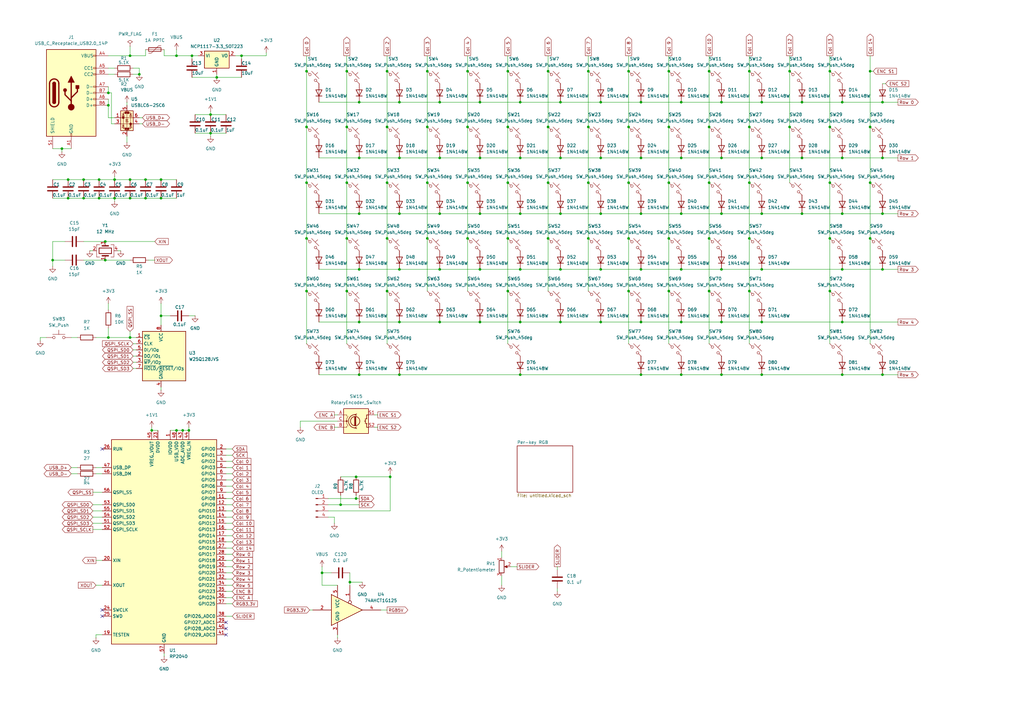
<source format=kicad_sch>
(kicad_sch (version 20250114) (generator "eeschema") (generator_version "9.0")
  (paper "A3")
  (junction (at 208.28 52.07))
  (junction (at 307.34 74.93))
  (junction (at 158.75 119.38))
  (junction (at 213.36 110.49))
  (junction (at 213.36 64.77))
  (junction (at 345.44 87.63))
  (junction (at 27.94 81.28))
  (junction (at 241.3 74.93))
  (junction (at 213.36 87.63))
  (junction (at 175.26 97.79))
  (junction (at 213.36 153.67))
  (junction (at 143.51 238.76))
  (junction (at 307.34 29.21))
  (junction (at 66.04 73.66))
  (junction (at 196.85 87.63))
  (junction (at 163.83 153.67))
  (junction (at 44.45 43.18))
  (junction (at 25.4 60.96))
  (junction (at 208.28 29.21))
  (junction (at 340.36 52.07))
  (junction (at 229.87 132.08))
  (junction (at 46.99 73.66))
  (junction (at 361.95 64.77))
  (junction (at 224.79 74.93))
  (junction (at 361.95 110.49))
  (junction (at 328.93 64.77))
  (junction (at 229.87 110.49))
  (junction (at 158.75 52.07))
  (junction (at 27.94 73.66))
  (junction (at 72.39 22.86))
  (junction (at 163.83 87.63))
  (junction (at 290.83 97.79))
  (junction (at 191.77 97.79))
  (junction (at 345.44 41.91))
  (junction (at 361.95 153.67))
  (junction (at 66.04 129.54))
  (junction (at 241.3 29.21))
  (junction (at 340.36 74.93))
  (junction (at 340.36 29.21))
  (junction (at 53.34 22.86))
  (junction (at 224.79 52.07))
  (junction (at 295.91 153.67))
  (junction (at 246.38 87.63))
  (junction (at 356.87 52.07))
  (junction (at 125.73 74.93))
  (junction (at 361.95 87.63))
  (junction (at 229.87 41.91))
  (junction (at 307.34 52.07))
  (junction (at 132.08 234.95))
  (junction (at 163.83 132.08))
  (junction (at 175.26 29.21))
  (junction (at 361.95 41.91))
  (junction (at 257.81 74.93))
  (junction (at 191.77 52.07))
  (junction (at 257.81 52.07))
  (junction (at 175.26 52.07))
  (junction (at 290.83 74.93))
  (junction (at 21.59 106.68))
  (junction (at 180.34 87.63))
  (junction (at 86.36 54.61))
  (junction (at 356.87 29.21))
  (junction (at 312.42 41.91))
  (junction (at 213.36 132.08))
  (junction (at 175.26 74.93))
  (junction (at 125.73 52.07))
  (junction (at 246.38 110.49))
  (junction (at 274.32 29.21))
  (junction (at 180.34 64.77))
  (junction (at 262.89 153.67))
  (junction (at 262.89 41.91))
  (junction (at 196.85 41.91))
  (junction (at 356.87 74.93))
  (junction (at 340.36 119.38))
  (junction (at 99.06 22.86))
  (junction (at 290.83 52.07))
  (junction (at 295.91 64.77))
  (junction (at 213.36 41.91))
  (junction (at 208.28 74.93))
  (junction (at 142.24 29.21))
  (junction (at 180.34 41.91))
  (junction (at 224.79 97.79))
  (junction (at 290.83 119.38))
  (junction (at 295.91 132.08))
  (junction (at 208.28 97.79))
  (junction (at 146.05 195.58))
  (junction (at 246.38 132.08))
  (junction (at 147.32 110.49))
  (junction (at 290.83 29.21))
  (junction (at 66.04 81.28))
  (junction (at 224.79 29.21))
  (junction (at 208.28 119.38))
  (junction (at 147.32 87.63))
  (junction (at 262.89 87.63))
  (junction (at 257.81 29.21))
  (junction (at 53.34 138.43))
  (junction (at 196.85 64.77))
  (junction (at 257.81 119.38))
  (junction (at 62.23 176.53))
  (junction (at 59.69 73.66))
  (junction (at 72.39 176.53))
  (junction (at 125.73 29.21))
  (junction (at 229.87 64.77))
  (junction (at 312.42 64.77))
  (junction (at 180.34 110.49))
  (junction (at 40.64 81.28))
  (junction (at 40.64 73.66))
  (junction (at 279.4 153.67))
  (junction (at 53.34 81.28))
  (junction (at 43.18 106.68))
  (junction (at 312.42 87.63))
  (junction (at 142.24 97.79))
  (junction (at 78.74 22.86))
  (junction (at 147.32 64.77))
  (junction (at 262.89 64.77))
  (junction (at 77.47 176.53))
  (junction (at 241.3 97.79))
  (junction (at 279.4 41.91))
  (junction (at 345.44 153.67))
  (junction (at 323.85 29.21))
  (junction (at 158.75 97.79))
  (junction (at 274.32 52.07))
  (junction (at 307.34 97.79))
  (junction (at 345.44 64.77))
  (junction (at 125.73 97.79))
  (junction (at 295.91 87.63))
  (junction (at 44.45 38.1))
  (junction (at 163.83 41.91))
  (junction (at 196.85 110.49))
  (junction (at 139.7 207.01))
  (junction (at 142.24 52.07))
  (junction (at 88.9 31.75))
  (junction (at 323.85 52.07))
  (junction (at 43.18 99.06))
  (junction (at 229.87 87.63))
  (junction (at 34.29 73.66))
  (junction (at 125.73 119.38))
  (junction (at 86.36 46.99))
  (junction (at 345.44 132.08))
  (junction (at 307.34 119.38))
  (junction (at 180.34 132.08))
  (junction (at 142.24 119.38))
  (junction (at 147.32 41.91))
  (junction (at 146.05 204.47))
  (junction (at 345.44 110.49))
  (junction (at 328.93 87.63))
  (junction (at 257.81 97.79))
  (junction (at 274.32 119.38))
  (junction (at 163.83 64.77))
  (junction (at 44.45 138.43))
  (junction (at 262.89 132.08))
  (junction (at 262.89 110.49))
  (junction (at 356.87 97.79))
  (junction (at 147.32 132.08))
  (junction (at 312.42 132.08))
  (junction (at 279.4 64.77))
  (junction (at 191.77 29.21))
  (junction (at 340.36 97.79))
  (junction (at 246.38 41.91))
  (junction (at 328.93 41.91))
  (junction (at 274.32 97.79))
  (junction (at 312.42 110.49))
  (junction (at 274.32 74.93))
  (junction (at 279.4 87.63))
  (junction (at 34.29 81.28))
  (junction (at 147.32 153.67))
  (junction (at 142.24 74.93))
  (junction (at 46.99 81.28))
  (junction (at 160.02 195.58))
  (junction (at 53.34 73.66))
  (junction (at 57.15 30.48))
  (junction (at 241.3 52.07))
  (junction (at 74.93 176.53))
  (junction (at 196.85 132.08))
  (junction (at 59.69 81.28))
  (junction (at 246.38 64.77))
  (junction (at 158.75 74.93))
  (junction (at 279.4 110.49))
  (junction (at 295.91 41.91))
  (junction (at 279.4 132.08))
  (junction (at 158.75 29.21))
  (junction (at 191.77 74.93))
  (junction (at 163.83 110.49))
  (junction (at 312.42 153.67))
  (junction (at 295.91 110.49))
  (no_connect (at 41.91 250.19))
  (no_connect (at 92.71 257.81))
  (no_connect (at 92.71 260.35))
  (no_connect (at 41.91 252.73))
  (no_connect (at 92.71 255.27))
  (no_connect (at 41.91 184.15))
  (wire (pts (xy 175.26 22.86) (xy 175.26 29.21)))
  (wire (pts (xy 154.94 175.26) (xy 153.67 175.26)))
  (wire (pts (xy 46.99 50.8) (xy 45.72 50.8)))
  (wire (pts (xy 290.83 119.38) (xy 290.83 140.97)))
  (wire (pts (xy 125.73 74.93) (xy 125.73 97.79)))
  (wire (pts (xy 80.01 129.54) (xy 77.47 129.54)))
  (wire (pts (xy 180.34 41.91) (xy 196.85 41.91)))
  (wire (pts (xy 307.34 119.38) (xy 307.34 140.97)))
  (wire (pts (xy 328.93 87.63) (xy 345.44 87.63)))
  (wire (pts (xy 307.34 22.86) (xy 307.34 29.21)))
  (wire (pts (xy 323.85 22.86) (xy 323.85 29.21)))
  (wire (pts (xy 45.72 50.8) (xy 45.72 38.1)))
  (wire (pts (xy 130.81 41.91) (xy 147.32 41.91)))
  (wire (pts (xy 125.73 119.38) (xy 125.73 140.97)))
  (wire (pts (xy 345.44 132.08) (xy 368.3 132.08)))
  (wire (pts (xy 147.32 110.49) (xy 163.83 110.49)))
  (wire (pts (xy 340.36 22.86) (xy 340.36 29.21)))
  (wire (pts (xy 213.36 41.91) (xy 229.87 41.91)))
  (wire (pts (xy 134.62 204.47) (xy 146.05 204.47)))
  (wire (pts (xy 241.3 97.79) (xy 241.3 119.38)))
  (wire (pts (xy 139.7 203.2) (xy 139.7 207.01)))
  (wire (pts (xy 147.32 132.08) (xy 163.83 132.08)))
  (wire (pts (xy 38.1 212.09) (xy 41.91 212.09)))
  (wire (pts (xy 143.51 234.95) (xy 143.51 238.76)))
  (wire (pts (xy 340.36 52.07) (xy 340.36 74.93)))
  (wire (pts (xy 36.83 102.87) (xy 38.1 102.87)))
  (wire (pts (xy 139.7 207.01) (xy 134.62 207.01)))
  (wire (pts (xy 323.85 29.21) (xy 323.85 52.07)))
  (wire (pts (xy 38.1 209.55) (xy 41.91 209.55)))
  (wire (pts (xy 77.47 175.26) (xy 77.47 176.53)))
  (wire (pts (xy 158.75 74.93) (xy 158.75 97.79)))
  (wire (pts (xy 142.24 74.93) (xy 142.24 97.79)))
  (wire (pts (xy 46.99 73.66) (xy 53.34 73.66)))
  (wire (pts (xy 358.14 29.21) (xy 356.87 29.21)))
  (wire (pts (xy 158.75 22.86) (xy 158.75 29.21)))
  (wire (pts (xy 44.45 35.56) (xy 44.45 38.1)))
  (wire (pts (xy 96.52 22.86) (xy 99.06 22.86)))
  (wire (pts (xy 196.85 132.08) (xy 213.36 132.08)))
  (wire (pts (xy 246.38 41.91) (xy 262.89 41.91)))
  (wire (pts (xy 345.44 41.91) (xy 361.95 41.91)))
  (wire (pts (xy 54.61 151.13) (xy 55.88 151.13)))
  (wire (pts (xy 363.22 34.29) (xy 361.95 34.29)))
  (wire (pts (xy 180.34 87.63) (xy 196.85 87.63)))
  (wire (pts (xy 38.1 201.93) (xy 41.91 201.93)))
  (wire (pts (xy 43.18 106.68) (xy 53.34 106.68)))
  (wire (pts (xy 54.61 143.51) (xy 55.88 143.51)))
  (wire (pts (xy 38.1 207.01) (xy 41.91 207.01)))
  (wire (pts (xy 274.32 97.79) (xy 274.32 119.38)))
  (wire (pts (xy 16.51 138.43) (xy 16.51 139.7)))
  (wire (pts (xy 67.31 269.24) (xy 67.31 267.97)))
  (wire (pts (xy 80.01 46.99) (xy 86.36 46.99)))
  (wire (pts (xy 52.07 55.88) (xy 52.07 58.42)))
  (wire (pts (xy 229.87 110.49) (xy 246.38 110.49)))
  (wire (pts (xy 132.08 234.95) (xy 135.89 234.95)))
  (wire (pts (xy 130.81 132.08) (xy 147.32 132.08)))
  (wire (pts (xy 246.38 64.77) (xy 262.89 64.77)))
  (wire (pts (xy 44.45 43.18) (xy 44.45 48.26)))
  (wire (pts (xy 295.91 153.67) (xy 312.42 153.67)))
  (wire (pts (xy 208.28 22.86) (xy 208.28 29.21)))
  (wire (pts (xy 224.79 22.86) (xy 224.79 29.21)))
  (wire (pts (xy 39.37 240.03) (xy 41.91 240.03)))
  (wire (pts (xy 60.96 106.68) (xy 63.5 106.68)))
  (wire (pts (xy 147.32 207.01) (xy 139.7 207.01)))
  (wire (pts (xy 241.3 74.93) (xy 241.3 97.79)))
  (wire (pts (xy 29.21 138.43) (xy 31.75 138.43)))
  (wire (pts (xy 134.62 209.55) (xy 160.02 209.55)))
  (wire (pts (xy 163.83 87.63) (xy 180.34 87.63)))
  (wire (pts (xy 21.59 73.66) (xy 27.94 73.66)))
  (wire (pts (xy 95.25 186.69) (xy 92.71 186.69)))
  (wire (pts (xy 208.28 74.93) (xy 208.28 97.79)))
  (wire (pts (xy 62.23 176.53) (xy 64.77 176.53)))
  (wire (pts (xy 345.44 110.49) (xy 361.95 110.49)))
  (wire (pts (xy 142.24 52.07) (xy 142.24 74.93)))
  (wire (pts (xy 66.04 81.28) (xy 72.39 81.28)))
  (wire (pts (xy 163.83 41.91) (xy 180.34 41.91)))
  (wire (pts (xy 86.36 46.99) (xy 92.71 46.99)))
  (wire (pts (xy 40.64 73.66) (xy 46.99 73.66)))
  (wire (pts (xy 262.89 64.77) (xy 279.4 64.77)))
  (wire (pts (xy 154.94 170.18) (xy 153.67 170.18)))
  (wire (pts (xy 95.25 204.47) (xy 92.71 204.47)))
  (wire (pts (xy 356.87 97.79) (xy 356.87 140.97)))
  (wire (pts (xy 279.4 64.77) (xy 295.91 64.77)))
  (wire (pts (xy 307.34 74.93) (xy 307.34 97.79)))
  (wire (pts (xy 312.42 110.49) (xy 345.44 110.49)))
  (wire (pts (xy 208.28 52.07) (xy 208.28 74.93)))
  (wire (pts (xy 229.87 64.77) (xy 246.38 64.77)))
  (wire (pts (xy 95.25 222.25) (xy 92.71 222.25)))
  (wire (pts (xy 137.16 212.09) (xy 137.16 214.63)))
  (wire (pts (xy 158.75 29.21) (xy 158.75 52.07)))
  (wire (pts (xy 147.32 87.63) (xy 163.83 87.63)))
  (wire (pts (xy 229.87 87.63) (xy 246.38 87.63)))
  (wire (pts (xy 262.89 110.49) (xy 279.4 110.49)))
  (wire (pts (xy 34.29 99.06) (xy 43.18 99.06)))
  (wire (pts (xy 209.55 232.41) (xy 212.09 232.41)))
  (wire (pts (xy 312.42 64.77) (xy 328.93 64.77)))
  (wire (pts (xy 132.08 232.41) (xy 132.08 234.95)))
  (wire (pts (xy 44.45 27.94) (xy 46.99 27.94)))
  (wire (pts (xy 67.31 22.86) (xy 72.39 22.86)))
  (wire (pts (xy 196.85 87.63) (xy 213.36 87.63)))
  (wire (pts (xy 95.25 217.17) (xy 92.71 217.17)))
  (wire (pts (xy 25.4 60.96) (xy 29.21 60.96)))
  (wire (pts (xy 312.42 41.91) (xy 328.93 41.91)))
  (wire (pts (xy 130.81 64.77) (xy 147.32 64.77)))
  (wire (pts (xy 39.37 194.31) (xy 41.91 194.31)))
  (wire (pts (xy 196.85 41.91) (xy 213.36 41.91)))
  (wire (pts (xy 163.83 64.77) (xy 180.34 64.77)))
  (wire (pts (xy 53.34 81.28) (xy 59.69 81.28)))
  (wire (pts (xy 228.6 232.41) (xy 228.6 233.68)))
  (wire (pts (xy 44.45 48.26) (xy 46.99 48.26)))
  (wire (pts (xy 290.83 52.07) (xy 290.83 74.93)))
  (wire (pts (xy 163.83 110.49) (xy 180.34 110.49)))
  (wire (pts (xy 241.3 29.21) (xy 241.3 52.07)))
  (wire (pts (xy 274.32 52.07) (xy 274.32 74.93)))
  (wire (pts (xy 295.91 64.77) (xy 312.42 64.77)))
  (wire (pts (xy 295.91 87.63) (xy 312.42 87.63)))
  (wire (pts (xy 368.3 64.77) (xy 361.95 64.77)))
  (wire (pts (xy 54.61 140.97) (xy 55.88 140.97)))
  (wire (pts (xy 368.3 87.63) (xy 361.95 87.63)))
  (wire (pts (xy 95.25 229.87) (xy 92.71 229.87)))
  (wire (pts (xy 66.04 129.54) (xy 69.85 129.54)))
  (wire (pts (xy 213.36 153.67) (xy 262.89 153.67)))
  (wire (pts (xy 257.81 29.21) (xy 257.81 52.07)))
  (wire (pts (xy 312.42 132.08) (xy 345.44 132.08)))
  (wire (pts (xy 307.34 97.79) (xy 307.34 119.38)))
  (wire (pts (xy 54.61 146.05) (xy 55.88 146.05)))
  (wire (pts (xy 95.25 184.15) (xy 92.71 184.15)))
  (wire (pts (xy 163.83 132.08) (xy 180.34 132.08)))
  (wire (pts (xy 180.34 64.77) (xy 196.85 64.77)))
  (wire (pts (xy 44.45 134.62) (xy 44.45 138.43)))
  (wire (pts (xy 39.37 138.43) (xy 44.45 138.43)))
  (wire (pts (xy 290.83 22.86) (xy 290.83 29.21)))
  (wire (pts (xy 57.15 48.26) (xy 58.42 48.26)))
  (wire (pts (xy 78.74 31.75) (xy 88.9 31.75)))
  (wire (pts (xy 262.89 87.63) (xy 279.4 87.63)))
  (wire (pts (xy 95.25 191.77) (xy 92.71 191.77)))
  (wire (pts (xy 43.18 99.06) (xy 63.5 99.06)))
  (wire (pts (xy 142.24 29.21) (xy 142.24 52.07)))
  (wire (pts (xy 53.34 22.86) (xy 59.69 22.86)))
  (wire (pts (xy 295.91 41.91) (xy 312.42 41.91)))
  (wire (pts (xy 44.45 124.46) (xy 44.45 127)))
  (wire (pts (xy 143.51 238.76) (xy 148.59 238.76)))
  (wire (pts (xy 279.4 87.63) (xy 295.91 87.63)))
  (wire (pts (xy 21.59 60.96) (xy 25.4 60.96)))
  (wire (pts (xy 213.36 132.08) (xy 229.87 132.08)))
  (wire (pts (xy 356.87 52.07) (xy 356.87 74.93)))
  (wire (pts (xy 80.01 54.61) (xy 86.36 54.61)))
  (wire (pts (xy 134.62 212.09) (xy 137.16 212.09)))
  (wire (pts (xy 74.93 176.53) (xy 77.47 176.53)))
  (wire (pts (xy 99.06 22.86) (xy 99.06 24.13)))
  (wire (pts (xy 72.39 20.32) (xy 72.39 22.86)))
  (wire (pts (xy 95.25 212.09) (xy 92.71 212.09)))
  (wire (pts (xy 29.21 194.31) (xy 31.75 194.31)))
  (wire (pts (xy 340.36 119.38) (xy 340.36 140.97)))
  (wire (pts (xy 130.81 153.67) (xy 147.32 153.67)))
  (wire (pts (xy 191.77 74.93) (xy 191.77 97.79)))
  (wire (pts (xy 66.04 124.46) (xy 66.04 129.54)))
  (wire (pts (xy 34.29 106.68) (xy 43.18 106.68)))
  (wire (pts (xy 39.37 260.35) (xy 41.91 260.35)))
  (wire (pts (xy 62.23 175.26) (xy 62.23 176.53)))
  (wire (pts (xy 241.3 22.86) (xy 241.3 29.21)))
  (wire (pts (xy 88.9 31.75) (xy 99.06 31.75)))
  (wire (pts (xy 224.79 29.21) (xy 224.79 52.07)))
  (wire (pts (xy 123.19 172.72) (xy 138.43 172.72)))
  (wire (pts (xy 123.19 172.72) (xy 123.19 175.26)))
  (wire (pts (xy 40.64 81.28) (xy 46.99 81.28)))
  (wire (pts (xy 46.99 72.39) (xy 46.99 73.66)))
  (wire (pts (xy 295.91 132.08) (xy 312.42 132.08)))
  (wire (pts (xy 21.59 106.68) (xy 21.59 109.22)))
  (wire (pts (xy 95.25 224.79) (xy 92.71 224.79)))
  (wire (pts (xy 127 250.19) (xy 128.27 250.19)))
  (wire (pts (xy 279.4 153.67) (xy 295.91 153.67)))
  (wire (pts (xy 95.25 189.23) (xy 92.71 189.23)))
  (wire (pts (xy 39.37 229.87) (xy 41.91 229.87)))
  (wire (pts (xy 53.34 138.43) (xy 55.88 138.43)))
  (wire (pts (xy 86.36 54.61) (xy 92.71 54.61)))
  (wire (pts (xy 257.81 74.93) (xy 257.81 97.79)))
  (wire (pts (xy 137.16 175.26) (xy 138.43 175.26)))
  (wire (pts (xy 142.24 119.38) (xy 142.24 140.97)))
  (wire (pts (xy 138.43 261.62) (xy 138.43 260.35)))
  (wire (pts (xy 44.45 138.43) (xy 53.34 138.43)))
  (wire (pts (xy 146.05 204.47) (xy 147.32 204.47)))
  (wire (pts (xy 205.74 236.22) (xy 205.74 240.03)))
  (wire (pts (xy 345.44 153.67) (xy 361.95 153.67)))
  (wire (pts (xy 132.08 240.03) (xy 138.43 240.03)))
  (wire (pts (xy 328.93 64.77) (xy 345.44 64.77)))
  (wire (pts (xy 241.3 52.07) (xy 241.3 74.93)))
  (wire (pts (xy 312.42 87.63) (xy 328.93 87.63)))
  (wire (pts (xy 57.15 50.8) (xy 58.42 50.8)))
  (wire (pts (xy 205.74 226.06) (xy 205.74 228.6)))
  (wire (pts (xy 262.89 153.67) (xy 279.4 153.67)))
  (wire (pts (xy 345.44 87.63) (xy 361.95 87.63)))
  (wire (pts (xy 125.73 22.86) (xy 125.73 29.21)))
  (wire (pts (xy 38.1 217.17) (xy 41.91 217.17)))
  (wire (pts (xy 312.42 153.67) (xy 345.44 153.67)))
  (wire (pts (xy 125.73 97.79) (xy 125.73 119.38)))
  (wire (pts (xy 59.69 81.28) (xy 66.04 81.28)))
  (wire (pts (xy 163.83 153.67) (xy 213.36 153.67)))
  (wire (pts (xy 21.59 99.06) (xy 21.59 106.68)))
  (wire (pts (xy 125.73 52.07) (xy 125.73 74.93)))
  (wire (pts (xy 66.04 129.54) (xy 66.04 133.35)))
  (wire (pts (xy 356.87 29.21) (xy 356.87 52.07)))
  (wire (pts (xy 44.45 22.86) (xy 53.34 22.86)))
  (wire (pts (xy 34.29 81.28) (xy 40.64 81.28)))
  (wire (pts (xy 99.06 22.86) (xy 109.22 22.86)))
  (wire (pts (xy 191.77 97.79) (xy 191.77 119.38)))
  (wire (pts (xy 54.61 30.48) (xy 57.15 30.48)))
  (wire (pts (xy 246.38 110.49) (xy 262.89 110.49)))
  (wire (pts (xy 213.36 64.77) (xy 229.87 64.77)))
  (wire (pts (xy 143.51 238.76) (xy 143.51 240.03)))
  (wire (pts (xy 274.32 29.21) (xy 274.32 52.07)))
  (wire (pts (xy 246.38 132.08) (xy 262.89 132.08)))
  (wire (pts (xy 180.34 132.08) (xy 196.85 132.08)))
  (wire (pts (xy 92.71 247.65) (xy 95.25 247.65)))
  (wire (pts (xy 95.25 214.63) (xy 92.71 214.63)))
  (wire (pts (xy 95.25 234.95) (xy 92.71 234.95)))
  (wire (pts (xy 39.37 191.77) (xy 41.91 191.77)))
  (wire (pts (xy 257.81 52.07) (xy 257.81 74.93)))
  (wire (pts (xy 142.24 22.86) (xy 142.24 29.21)))
  (wire (pts (xy 95.25 227.33) (xy 92.71 227.33)))
  (wire (pts (xy 368.3 153.67) (xy 361.95 153.67)))
  (wire (pts (xy 295.91 110.49) (xy 312.42 110.49)))
  (wire (pts (xy 95.25 201.93) (xy 92.71 201.93)))
  (wire (pts (xy 25.4 62.23) (xy 25.4 60.96)))
  (wire (pts (xy 307.34 52.07) (xy 307.34 74.93)))
  (wire (pts (xy 53.34 73.66) (xy 59.69 73.66)))
  (wire (pts (xy 340.36 74.93) (xy 340.36 97.79)))
  (wire (pts (xy 86.36 55.88) (xy 86.36 54.61)))
  (wire (pts (xy 86.36 45.72) (xy 86.36 46.99)))
  (wire (pts (xy 95.25 207.01) (xy 92.71 207.01)))
  (wire (pts (xy 78.74 22.86) (xy 81.28 22.86)))
  (wire (pts (xy 125.73 29.21) (xy 125.73 52.07)))
  (wire (pts (xy 19.05 138.43) (xy 16.51 138.43)))
  (wire (pts (xy 95.25 237.49) (xy 92.71 237.49)))
  (wire (pts (xy 340.36 97.79) (xy 340.36 119.38)))
  (wire (pts (xy 191.77 29.21) (xy 191.77 52.07)))
  (wire (pts (xy 95.25 232.41) (xy 92.71 232.41)))
  (wire (pts (xy 44.45 30.48) (xy 46.99 30.48)))
  (wire (pts (xy 224.79 74.93) (xy 224.79 97.79)))
  (wire (pts (xy 39.37 261.62) (xy 39.37 260.35)))
  (wire (pts (xy 274.32 74.93) (xy 274.32 97.79)))
  (wire (pts (xy 274.32 119.38) (xy 274.32 140.97)))
  (wire (pts (xy 59.69 73.66) (xy 66.04 73.66)))
  (wire (pts (xy 54.61 27.94) (xy 57.15 27.94)))
  (wire (pts (xy 130.81 110.49) (xy 147.32 110.49)))
  (wire (pts (xy 224.79 97.79) (xy 224.79 119.38)))
  (wire (pts (xy 95.25 240.03) (xy 92.71 240.03)))
  (wire (pts (xy 158.75 97.79) (xy 158.75 119.38)))
  (wire (pts (xy 290.83 74.93) (xy 290.83 97.79)))
  (wire (pts (xy 137.16 170.18) (xy 138.43 170.18)))
  (wire (pts (xy 21.59 81.28) (xy 27.94 81.28)))
  (wire (pts (xy 67.31 20.32) (xy 67.31 22.86)))
  (wire (pts (xy 224.79 52.07) (xy 224.79 74.93)))
  (wire (pts (xy 175.26 74.93) (xy 175.26 97.79)))
  (wire (pts (xy 279.4 132.08) (xy 295.91 132.08)))
  (wire (pts (xy 27.94 81.28) (xy 34.29 81.28)))
  (wire (pts (xy 257.81 119.38) (xy 257.81 140.97)))
  (wire (pts (xy 78.74 22.86) (xy 78.74 24.13)))
  (wire (pts (xy 72.39 22.86) (xy 78.74 22.86)))
  (wire (pts (xy 208.28 29.21) (xy 208.28 52.07)))
  (wire (pts (xy 328.93 41.91) (xy 345.44 41.91)))
  (wire (pts (xy 213.36 87.63) (xy 229.87 87.63)))
  (wire (pts (xy 160.02 194.31) (xy 160.02 195.58)))
  (wire (pts (xy 208.28 97.79) (xy 208.28 119.38)))
  (wire (pts (xy 88.9 30.48) (xy 88.9 31.75)))
  (wire (pts (xy 191.77 22.86) (xy 191.77 29.21)))
  (wire (pts (xy 368.3 110.49) (xy 361.95 110.49)))
  (wire (pts (xy 132.08 234.95) (xy 132.08 240.03)))
  (wire (pts (xy 147.32 41.91) (xy 163.83 41.91)))
  (wire (pts (xy 29.21 191.77) (xy 31.75 191.77)))
  (wire (pts (xy 279.4 110.49) (xy 295.91 110.49)))
  (wire (pts (xy 46.99 81.28) (xy 53.34 81.28)))
  (wire (pts (xy 95.25 242.57) (xy 92.71 242.57)))
  (wire (pts (xy 158.75 119.38) (xy 158.75 140.97)))
  (wire (pts (xy 66.04 160.02) (xy 66.04 158.75)))
  (wire (pts (xy 54.61 148.59) (xy 55.88 148.59)))
  (wire (pts (xy 229.87 41.91) (xy 246.38 41.91)))
  (wire (pts (xy 368.3 41.91) (xy 361.95 41.91)))
  (wire (pts (xy 196.85 64.77) (xy 213.36 64.77)))
  (wire (pts (xy 257.81 97.79) (xy 257.81 119.38)))
  (wire (pts (xy 52.07 41.91) (xy 52.07 43.18)))
  (wire (pts (xy 46.99 82.55) (xy 46.99 81.28)))
  (wire (pts (xy 130.81 87.63) (xy 147.32 87.63)))
  (wire (pts (xy 156.21 250.19) (xy 158.75 250.19)))
  (wire (pts (xy 95.25 199.39) (xy 92.71 199.39)))
  (wire (pts (xy 95.25 245.11) (xy 92.71 245.11)))
  (wire (pts (xy 213.36 110.49) (xy 229.87 110.49)))
  (wire (pts (xy 262.89 41.91) (xy 279.4 41.91)))
  (wire (pts (xy 95.25 194.31) (xy 92.71 194.31)))
  (wire (pts (xy 45.72 38.1) (xy 44.45 38.1)))
  (wire (pts (xy 57.15 27.94) (xy 57.15 30.48)))
  (wire (pts (xy 72.39 176.53) (xy 74.93 176.53)))
  (wire (pts (xy 26.67 99.06) (xy 21.59 99.06)))
  (wire (pts (xy 323.85 52.07) (xy 323.85 74.93)))
  (wire (pts (xy 139.7 195.58) (xy 146.05 195.58)))
  (wire (pts (xy 175.26 29.21) (xy 175.26 52.07)))
  (wire (pts (xy 290.83 29.21) (xy 290.83 52.07)))
  (wire (pts (xy 175.26 52.07) (xy 175.26 74.93)))
  (wire (pts (xy 180.34 110.49) (xy 196.85 110.49)))
  (wire (pts (xy 175.26 97.79) (xy 175.26 119.38)))
  (wire (pts (xy 147.32 64.77) (xy 163.83 64.77)))
  (wire (pts (xy 59.69 22.86) (xy 59.69 20.32)))
  (wire (pts (xy 262.89 132.08) (xy 279.4 132.08)))
  (wire (pts (xy 147.32 153.67) (xy 163.83 153.67)))
  (wire (pts (xy 44.45 40.64) (xy 44.45 43.18)))
  (wire (pts (xy 345.44 64.77) (xy 361.95 64.77)))
  (wire (pts (xy 356.87 22.86) (xy 356.87 29.21)))
  (wire (pts (xy 160.02 195.58) (xy 160.02 209.55)))
  (wire (pts (xy 38.1 214.63) (xy 41.91 214.63)))
  (wire (pts (xy 21.59 106.68) (xy 26.67 106.68)))
  (wire (pts (xy 274.32 22.86) (xy 274.32 29.21)))
  (wire (pts (xy 34.29 73.66) (xy 40.64 73.66)))
  (wire (pts (xy 53.34 19.05) (xy 53.34 22.86)))
  (wire (pts (xy 307.34 29.21) (xy 307.34 52.07)))
  (wire (pts (xy 69.85 176.53) (xy 72.39 176.53)))
  (wire (pts (xy 146.05 195.58) (xy 160.02 195.58)))
  (wire (pts (xy 158.75 52.07) (xy 158.75 74.93)))
  (wire (pts (xy 66.04 73.66) (xy 72.39 73.66)))
  (wire (pts (xy 279.4 41.91) (xy 295.91 41.91)))
  (wire (pts (xy 191.77 52.07) (xy 191.77 74.93)))
  (wire (pts (xy 246.38 87.63) (xy 262.89 87.63)))
  (wire (pts (xy 146.05 203.2) (xy 146.05 204.47)))
  (wire (pts (xy 142.24 97.79) (xy 142.24 119.38)))
  (wire (pts (xy 356.87 74.93) (xy 356.87 97.79)))
  (wire (pts (xy 228.6 241.3) (xy 228.6 242.57)))
  (wire (pts (xy 49.53 102.87) (xy 48.26 102.87)))
  (wire (pts (xy 196.85 110.49) (xy 213.36 110.49)))
  (wire (pts (xy 53.34 135.89) (xy 53.34 138.43)))
  (wire (pts (xy 208.28 119.38) (xy 208.28 140.97)))
  (wire (pts (xy 109.22 22.86) (xy 109.22 21.59)))
  (wire (pts (xy 95.25 209.55) (xy 92.71 209.55)))
  (wire (pts (xy 340.36 29.21) (xy 340.36 52.07)))
  (wire (pts (xy 95.25 219.71) (xy 92.71 219.71)))
  (wire (pts (xy 257.81 22.86) (xy 257.81 29.21)))
  (wire (pts (xy 290.83 97.79) (xy 290.83 119.38)))
  (wire (pts (xy 95.25 196.85) (xy 92.71 196.85)))
  (wire (pts (xy 229.87 132.08) (xy 246.38 132.08)))
  (wire (pts (xy 27.94 73.66) (xy 34.29 73.66)))
  (wire (pts (xy 92.71 252.73) (xy 95.25 252.73)))
  (global_label "ENC A" (shape output) (at 137.16 170.18 180) (property "Intersheetrefs" "${INTERSHEET_REFS}" (effects (hide yes))))
  (global_label "QSPI_SD0" (shape bidirectional) (at 38.1 207.01 180) (property "Intersheetrefs" "${INTERSHEET_REFS}" (effects (hide yes))))
  (global_label "QSPI_SCLK" (shape output) (at 38.1 217.17 180) (property "Intersheetrefs" "${INTERSHEET_REFS}" (effects (hide yes))))
  (global_label "SCK" (shape output) (at 147.32 207.01 0) (property "Intersheetrefs" "${INTERSHEET_REFS}" (effects (hide yes))))
  (global_label "Col 0" (shape input) (at 95.25 189.23 0) (property "Intersheetrefs" "${INTERSHEET_REFS}" (effects (hide yes))))
  (global_label "QSPI_SD3" (shape bidirectional) (at 38.1 214.63 180) (property "Intersheetrefs" "${INTERSHEET_REFS}" (effects (hide yes))))
  (global_label "Col 3" (shape input) (at 95.25 196.85 0) (property "Intersheetrefs" "${INTERSHEET_REFS}" (effects (hide yes))))
  (global_label "Row 3" (shape output) (at 368.3 110.49 0) (property "Intersheetrefs" "${INTERSHEET_REFS}" (effects (hide yes))))
  (global_label "QSPI_SCLK" (shape input) (at 54.61 140.97 180) (property "Intersheetrefs" "${INTERSHEET_REFS}" (effects (hide yes))))
  (global_label "Col 13" (shape output) (at 340.36 22.86 90) (property "Intersheetrefs" "${INTERSHEET_REFS}" (effects (hide yes))))
  (global_label "Col 11" (shape input) (at 95.25 217.17 0) (property "Intersheetrefs" "${INTERSHEET_REFS}" (effects (hide yes))))
  (global_label "ENC S2" (shape input) (at 363.22 34.29 0) (property "Intersheetrefs" "${INTERSHEET_REFS}" (effects (hide yes))))
  (global_label "Row 5" (shape output) (at 368.3 153.67 0) (property "Intersheetrefs" "${INTERSHEET_REFS}" (effects (hide yes))))
  (global_label "QSPI_SD1" (shape bidirectional) (at 38.1 209.55 180) (property "Intersheetrefs" "${INTERSHEET_REFS}" (effects (hide yes))))
  (global_label "USB_D-" (shape bidirectional) (at 29.21 194.31 180) (property "Intersheetrefs" "${INTERSHEET_REFS}" (effects (hide yes))))
  (global_label "Row 4" (shape output) (at 368.3 132.08 0) (property "Intersheetrefs" "${INTERSHEET_REFS}" (effects (hide yes))))
  (global_label "Row 4" (shape input) (at 95.25 237.49 0) (property "Intersheetrefs" "${INTERSHEET_REFS}" (effects (hide yes))))
  (global_label "SLIDER" (shape output) (at 228.6 232.41 90) (property "Intersheetrefs" "${INTERSHEET_REFS}" (effects (hide yes))))
  (global_label "ENC B" (shape output) (at 137.16 175.26 180) (property "Intersheetrefs" "${INTERSHEET_REFS}" (effects (hide yes))))
  (global_label "Col 4" (shape input) (at 95.25 199.39 0) (property "Intersheetrefs" "${INTERSHEET_REFS}" (effects (hide yes))))
  (global_label "Col 9" (shape output) (at 274.32 22.86 90) (property "Intersheetrefs" "${INTERSHEET_REFS}" (effects (hide yes))))
  (global_label "QSPI_SD3" (shape bidirectional) (at 54.61 151.13 180) (property "Intersheetrefs" "${INTERSHEET_REFS}" (effects (hide yes))))
  (global_label "RGB3.3V" (shape input) (at 95.25 247.65 0) (property "Intersheetrefs" "${INTERSHEET_REFS}" (effects (hide yes))))
  (global_label "Col 12" (shape input) (at 95.25 219.71 0) (property "Intersheetrefs" "${INTERSHEET_REFS}" (effects (hide yes))))
  (global_label "Row 5" (shape input) (at 95.25 240.03 0) (property "Intersheetrefs" "${INTERSHEET_REFS}" (effects (hide yes))))
  (global_label "Col 8" (shape input) (at 95.25 209.55 0) (property "Intersheetrefs" "${INTERSHEET_REFS}" (effects (hide yes))))
  (global_label "Col 10" (shape output) (at 290.83 22.86 90) (property "Intersheetrefs" "${INTERSHEET_REFS}" (effects (hide yes))))
  (global_label "ENC B" (shape input) (at 95.25 242.57 0) (property "Intersheetrefs" "${INTERSHEET_REFS}" (effects (hide yes))))
  (global_label "Col 13" (shape input) (at 95.25 222.25 0) (property "Intersheetrefs" "${INTERSHEET_REFS}" (effects (hide yes))))
  (global_label "USB_D-" (shape bidirectional) (at 58.42 50.8 0) (property "Intersheetrefs" "${INTERSHEET_REFS}" (effects (hide yes))))
  (global_label "XOUT" (shape output) (at 63.5 106.68 0) (property "Intersheetrefs" "${INTERSHEET_REFS}" (effects (hide yes))))
  (global_label "QSPI_SD1" (shape bidirectional) (at 54.61 146.05 180) (property "Intersheetrefs" "${INTERSHEET_REFS}" (effects (hide yes))))
  (global_label "Row 3" (shape input) (at 95.25 234.95 0) (property "Intersheetrefs" "${INTERSHEET_REFS}" (effects (hide yes))))
  (global_label "Col 6" (shape output) (at 224.79 22.86 90) (property "Intersheetrefs" "${INTERSHEET_REFS}" (effects (hide yes))))
  (global_label "USB_D+" (shape bidirectional) (at 58.42 48.26 0) (property "Intersheetrefs" "${INTERSHEET_REFS}" (effects (hide yes))))
  (global_label "USB_D+" (shape bidirectional) (at 29.21 191.77 180) (property "Intersheetrefs" "${INTERSHEET_REFS}" (effects (hide yes))))
  (global_label "Row 0" (shape output) (at 368.3 41.91 0) (property "Intersheetrefs" "${INTERSHEET_REFS}" (effects (hide yes))))
  (global_label "Row 0" (shape input) (at 95.25 227.33 0) (property "Intersheetrefs" "${INTERSHEET_REFS}" (effects (hide yes))))
  (global_label "ENC A" (shape input) (at 95.25 245.11 0) (property "Intersheetrefs" "${INTERSHEET_REFS}" (effects (hide yes))))
  (global_label "Col 7" (shape output) (at 241.3 22.86 90) (property "Intersheetrefs" "${INTERSHEET_REFS}" (effects (hide yes))))
  (global_label "Col 14" (shape input) (at 95.25 224.79 0) (property "Intersheetrefs" "${INTERSHEET_REFS}" (effects (hide yes))))
  (global_label "Col 8" (shape output) (at 257.81 22.86 90) (property "Intersheetrefs" "${INTERSHEET_REFS}" (effects (hide yes))))
  (global_label "Col 2" (shape output) (at 158.75 22.86 90) (property "Intersheetrefs" "${INTERSHEET_REFS}" (effects (hide yes))))
  (global_label "Col 4" (shape output) (at 191.77 22.86 90) (property "Intersheetrefs" "${INTERSHEET_REFS}" (effects (hide yes))))
  (global_label "Col 5" (shape output) (at 208.28 22.86 90) (property "Intersheetrefs" "${INTERSHEET_REFS}" (effects (hide yes))))
  (global_label "Col 14" (shape output) (at 356.87 22.86 90) (property "Intersheetrefs" "${INTERSHEET_REFS}" (effects (hide yes))))
  (global_label "QSPI_SS" (shape input) (at 53.34 135.89 90) (property "Intersheetrefs" "${INTERSHEET_REFS}" (effects (hide yes))))
  (global_label "SDA" (shape input) (at 95.25 184.15 0) (property "Intersheetrefs" "${INTERSHEET_REFS}" (effects (hide yes))))
  (global_label "SCK" (shape input) (at 95.25 186.69 0) (property "Intersheetrefs" "${INTERSHEET_REFS}" (effects (hide yes))))
  (global_label "Row 1" (shape input) (at 95.25 229.87 0) (property "Intersheetrefs" "${INTERSHEET_REFS}" (effects (hide yes))))
  (global_label "ENC S2" (shape output) (at 154.94 175.26 0) (property "Intersheetrefs" "${INTERSHEET_REFS}" (effects (hide yes))))
  (global_label "Col 7" (shape input) (at 95.25 207.01 0) (property "Intersheetrefs" "${INTERSHEET_REFS}" (effects (hide yes))))
  (global_label "QSPI_SS" (shape output) (at 38.1 201.93 180) (property "Intersheetrefs" "${INTERSHEET_REFS}" (effects (hide yes))))
  (global_label "Row 2" (shape output) (at 368.3 87.63 0) (property "Intersheetrefs" "${INTERSHEET_REFS}" (effects (hide yes))))
  (global_label "SLIDER" (shape output) (at 212.09 232.41 0) (property "Intersheetrefs" "${INTERSHEET_REFS}" (effects (hide yes))))
  (global_label "Col 3" (shape output) (at 175.26 22.86 90) (property "Intersheetrefs" "${INTERSHEET_REFS}" (effects (hide yes))))
  (global_label "QSPI_SD2" (shape bidirectional) (at 54.61 148.59 180) (property "Intersheetrefs" "${INTERSHEET_REFS}" (effects (hide yes))))
  (global_label "XIN" (shape input) (at 63.5 99.06 0) (property "Intersheetrefs" "${INTERSHEET_REFS}" (effects (hide yes))))
  (global_label "Col 9" (shape input) (at 95.25 212.09 0) (property "Intersheetrefs" "${INTERSHEET_REFS}" (effects (hide yes))))
  (global_label "QSPI_SD0" (shape bidirectional) (at 54.61 143.51 180) (property "Intersheetrefs" "${INTERSHEET_REFS}" (effects (hide yes))))
  (global_label "ENC S1" (shape input) (at 358.14 29.21 0) (property "Intersheetrefs" "${INTERSHEET_REFS}" (effects (hide yes))))
  (global_label "Col 11" (shape output) (at 307.34 22.86 90) (property "Intersheetrefs" "${INTERSHEET_REFS}" (effects (hide yes))))
  (global_label "Row 1" (shape output) (at 368.3 64.77 0) (property "Intersheetrefs" "${INTERSHEET_REFS}" (effects (hide yes))))
  (global_label "Col 5" (shape input) (at 95.25 201.93 0) (property "Intersheetrefs" "${INTERSHEET_REFS}" (effects (hide yes))))
  (global_label "SDA" (shape output) (at 147.32 204.47 0) (property "Intersheetrefs" "${INTERSHEET_REFS}" (effects (hide yes))))
  (global_label "XOUT" (shape input) (at 39.37 240.03 180) (property "Intersheetrefs" "${INTERSHEET_REFS}" (effects (hide yes))))
  (global_label "QSPI_SD2" (shape bidirectional) (at 38.1 212.09 180) (property "Intersheetrefs" "${INTERSHEET_REFS}" (effects (hide yes))))
  (global_label "Row 2" (shape input) (at 95.25 232.41 0) (property "Intersheetrefs" "${INTERSHEET_REFS}" (effects (hide yes))))
  (global_label "Col 2" (shape input) (at 95.25 194.31 0) (property "Intersheetrefs" "${INTERSHEET_REFS}" (effects (hide yes))))
  (global_label "Col 1" (shape output) (at 142.24 22.86 90) (property "Intersheetrefs" "${INTERSHEET_REFS}" (effects (hide yes))))
  (global_label "XIN" (shape output) (at 39.37 229.87 180) (property "Intersheetrefs" "${INTERSHEET_REFS}" (effects (hide yes))))
  (global_label "RGB3.3V" (shape input) (at 127 250.19 180) (property "Intersheetrefs" "${INTERSHEET_REFS}" (effects (hide yes))))
  (global_label "Col 6" (shape input) (at 95.25 204.47 0) (property "Intersheetrefs" "${INTERSHEET_REFS}" (effects (hide yes))))
  (global_label "Col 1" (shape input) (at 95.25 191.77 0) (property "Intersheetrefs" "${INTERSHEET_REFS}" (effects (hide yes))))
  (global_label "SLIDER" (shape input) (at 95.25 252.73 0) (property "Intersheetrefs" "${INTERSHEET_REFS}" (effects (hide yes))))
  (global_label "ENC S1" (shape output) (at 154.94 170.18 0) (property "Intersheetrefs" "${INTERSHEET_REFS}" (effects (hide yes))))
  (global_label "Col 0" (shape output) (at 125.73 22.86 90) (property "Intersheetrefs" "${INTERSHEET_REFS}" (effects (hide yes))))
  (global_label "RGB5V" (shape output) (at 158.75 250.19 0) (property "Intersheetrefs" "${INTERSHEET_REFS}" (effects (hide yes))))
  (global_label "Col 12" (shape output) (at 323.85 22.86 90) (property "Intersheetrefs" "${INTERSHEET_REFS}" (effects (hide yes))))
  (global_label "Col 10" (shape input) (at 95.25 214.63 0) (property "Intersheetrefs" "${INTERSHEET_REFS}" (effects (hide yes))))
  (symbol (lib_id "Diode:1N4148W") (at 312.42 149.86 90) (unit 1)
    (property "Reference" "D80" (at 314.96 148.5899 90) (effects (justify right)))
    (property "Value" "1N4148W" (at 314.96 151.1299 90) (effects (justify right)))
    (property "Footprint" "Diode_SMD:D_SOD-123" (effects (hide yes)))
    (property "Datasheet" "https://www.vishay.com/docs/85748/1n4148w.pdf" (effects (hide yes)))
    (property "Description" "75V 0.15A Fast Switching Diode, SOD-123" (effects (hide yes)))
    (property "Sim.Device" "D" (effects (hide yes)))
    (property "Sim.Pins" "1=K 2=A" (effects (hide yes)))
  )
  (symbol (lib_id "Switch:SW_Push_45deg") (at 309.88 54.61 0) (unit 1)
    (property "Reference" "SW27" (at 309.88 46.99 0))
    (property "Value" "SW_Push_45deg" (at 309.88 49.53 0))
    (property "Description" "Push button switch, normally open, two pins, 45° tilted" (effects (hide yes)))
  )
  (symbol (lib_id "Diode:1N4148W") (at 262.89 149.86 90) (unit 1)
    (property "Reference" "D77" (at 265.43 148.5899 90) (effects (justify right)))
    (property "Value" "1N4148W" (at 265.43 151.1299 90) (effects (justify right)))
    (property "Footprint" "Diode_SMD:D_SOD-123" (effects (hide yes)))
    (property "Datasheet" "https://www.vishay.com/docs/85748/1n4148w.pdf" (effects (hide yes)))
    (property "Description" "75V 0.15A Fast Switching Diode, SOD-123" (effects (hide yes)))
    (property "Sim.Device" "D" (effects (hide yes)))
    (property "Sim.Pins" "1=K 2=A" (effects (hide yes)))
  )
  (symbol (lib_id "Switch:SW_Push_45deg") (at 144.78 100.33 0) (unit 1)
    (property "Reference" "SW47" (at 144.78 92.71 0))
    (property "Value" "SW_Push_45deg" (at 144.78 95.25 0))
    (property "Description" "Push button switch, normally open, two pins, 45° tilted" (effects (hide yes)))
  )
  (symbol (lib_id "Switch:SW_Push_45deg") (at 276.86 54.61 0) (unit 1)
    (property "Reference" "SW25" (at 276.86 46.99 0))
    (property "Value" "SW_Push_45deg" (at 276.86 49.53 0))
    (property "Description" "Push button switch, normally open, two pins, 45° tilted" (effects (hide yes)))
  )
  (symbol (lib_id "Diode:1N4148W") (at 361.95 60.96 90) (unit 1)
    (property "Reference" "D30" (at 364.49 59.6899 90) (effects (justify right)))
    (property "Value" "1N4148W" (at 364.49 62.2299 90) (effects (justify right)))
    (property "Footprint" "Diode_SMD:D_SOD-123" (effects (hide yes)))
    (property "Datasheet" "https://www.vishay.com/docs/85748/1n4148w.pdf" (effects (hide yes)))
    (property "Description" "75V 0.15A Fast Switching Diode, SOD-123" (effects (hide yes)))
    (property "Sim.Device" "D" (effects (hide yes)))
    (property "Sim.Pins" "1=K 2=A" (effects (hide yes)))
  )
  (symbol (lib_id "Device:C") (at 27.94 77.47 0) (unit 1)
    (property "Reference" "C2" (at 28.194 75.692 0) (effects (justify left)))
    (property "Value" "0.1uF" (at 27.94 80.01 0) (effects (justify left)))
    (property "Description" "Unpolarized capacitor" (effects (hide yes)))
  )
  (symbol (lib_id "Device:R") (at 50.8 27.94 90) (unit 1)
    (property "Reference" "R1" (at 50.8 23.876 90))
    (property "Value" "5.1K" (at 50.8 25.654 90))
    (property "Description" "Resistor" (effects (hide yes)))
  )
  (symbol (lib_id "Switch:SW_Push_45deg") (at 276.86 31.75 0) (unit 1)
    (property "Reference" "SW10" (at 276.86 24.13 0))
    (property "Value" "SW_Push_45deg" (at 276.86 26.67 0))
    (property "Description" "Push button switch, normally open, two pins, 45° tilted" (effects (hide yes)))
  )
  (symbol (lib_id "power:GND") (at 228.6 242.57 0) (unit 1)
    (property "Reference" "#PWR032" (effects (hide yes)))
    (property "Value" "GND" (at 228.6 247.65 0))
    (property "Description" "Power symbol creates a global label with name \"GND\" , ground" (effects (hide yes)))
  )
  (symbol (lib_id "Diode:1N4148W") (at 130.81 60.96 90) (unit 1)
    (property "Reference" "D16" (at 133.35 59.6899 90) (effects (justify right)))
    (property "Value" "1N4148W" (at 133.35 62.2299 90) (effects (justify right)))
    (property "Footprint" "Diode_SMD:D_SOD-123" (effects (hide yes)))
    (property "Datasheet" "https://www.vishay.com/docs/85748/1n4148w.pdf" (effects (hide yes)))
    (property "Description" "75V 0.15A Fast Switching Diode, SOD-123" (effects (hide yes)))
    (property "Sim.Device" "D" (effects (hide yes)))
    (property "Sim.Pins" "1=K 2=A" (effects (hide yes)))
  )
  (symbol (lib_id "Diode:1N4148W") (at 213.36 128.27 90) (unit 1)
    (property "Reference" "D65" (at 215.9 126.9999 90) (effects (justify right)))
    (property "Value" "1N4148W" (at 215.9 129.5399 90) (effects (justify right)))
    (property "Footprint" "Diode_SMD:D_SOD-123" (effects (hide yes)))
    (property "Datasheet" "https://www.vishay.com/docs/85748/1n4148w.pdf" (effects (hide yes)))
    (property "Description" "75V 0.15A Fast Switching Diode, SOD-123" (effects (hide yes)))
    (property "Sim.Device" "D" (effects (hide yes)))
    (property "Sim.Pins" "1=K 2=A" (effects (hide yes)))
  )
  (symbol (lib_id "Device:C") (at 92.71 50.8 0) (unit 1)
    (property "Reference" "C12" (at 92.964 49.022 0) (effects (justify left)))
    (property "Value" "1uF" (at 92.71 53.34 0) (effects (justify left)))
    (property "Description" "Unpolarized capacitor" (effects (hide yes)))
  )
  (symbol (lib_id "Diode:1N4148W") (at 130.81 38.1 90) (unit 1)
    (property "Reference" "D1" (at 133.35 36.8299 90) (effects (justify right)))
    (property "Value" "1N4148W" (at 133.35 39.3699 90) (effects (justify right)))
    (property "Footprint" "Diode_SMD:D_SOD-123" (effects (hide yes)))
    (property "Datasheet" "https://www.vishay.com/docs/85748/1n4148w.pdf" (effects (hide yes)))
    (property "Description" "75V 0.15A Fast Switching Diode, SOD-123" (effects (hide yes)))
    (property "Sim.Device" "D" (effects (hide yes)))
    (property "Sim.Pins" "1=K 2=A" (effects (hide yes)))
  )
  (symbol (lib_id "Switch:SW_Push") (at 24.13 138.43 0) (unit 1)
    (property "Reference" "SW83" (at 24.13 130.81 0))
    (property "Value" "SW_Push" (at 24.13 133.35 0))
    (property "Description" "Push button switch, generic, two pins" (effects (hide yes)))
  )
  (symbol (lib_id "Switch:SW_Push_45deg") (at 227.33 77.47 0) (unit 1)
    (property "Reference" "SW37" (at 227.33 69.85 0))
    (property "Value" "SW_Push_45deg" (at 227.33 72.39 0))
    (property "Description" "Push button switch, normally open, two pins, 45° tilted" (effects (hide yes)))
  )
  (symbol (lib_id "Switch:SW_Push_45deg") (at 276.86 143.51 0) (unit 1)
    (property "Reference" "SW78" (at 276.86 135.89 0))
    (property "Value" "SW_Push_45deg" (at 276.86 138.43 0))
    (property "Description" "Push button switch, normally open, two pins, 45° tilted" (effects (hide yes)))
  )
  (symbol (lib_id "power:GND") (at 148.59 238.76 0) (unit 1)
    (property "Reference" "#PWR025" (effects (hide yes)))
    (property "Value" "GND" (at 148.59 243.84 0))
    (property "Description" "Power symbol creates a global label with name \"GND\" , ground" (effects (hide yes)))
  )
  (symbol (lib_id "Switch:SW_Push_45deg") (at 194.31 54.61 0) (unit 1)
    (property "Reference" "SW20" (at 194.31 46.99 0))
    (property "Value" "SW_Push_45deg" (at 194.31 49.53 0))
    (property "Description" "Push button switch, normally open, two pins, 45° tilted" (effects (hide yes)))
  )
  (symbol (lib_id "Switch:SW_Push_45deg") (at 177.8 77.47 0) (unit 1)
    (property "Reference" "SW34" (at 177.8 69.85 0))
    (property "Value" "SW_Push_45deg" (at 177.8 72.39 0))
    (property "Description" "Push button switch, normally open, two pins, 45° tilted" (effects (hide yes)))
  )
  (symbol (lib_id "Diode:1N4148W") (at 328.93 83.82 90) (unit 1)
    (property "Reference" "D43" (at 331.47 82.5499 90) (effects (justify right)))
    (property "Value" "1N4148W" (at 331.47 85.0899 90) (effects (justify right)))
    (property "Footprint" "Diode_SMD:D_SOD-123" (effects (hide yes)))
    (property "Datasheet" "https://www.vishay.com/docs/85748/1n4148w.pdf" (effects (hide yes)))
    (property "Description" "75V 0.15A Fast Switching Diode, SOD-123" (effects (hide yes)))
    (property "Sim.Device" "D" (effects (hide yes)))
    (property "Sim.Pins" "1=K 2=A" (effects (hide yes)))
  )
  (symbol (lib_id "Device:C") (at 30.48 99.06 90) (unit 1)
    (property "Reference" "C15" (at 30.48 91.44 90))
    (property "Value" "15pF" (at 30.48 93.98 90))
    (property "Description" "Unpolarized capacitor" (effects (hide yes)))
  )
  (symbol (lib_id "Switch:SW_Push_45deg") (at 326.39 54.61 0) (unit 1)
    (property "Reference" "SW28" (at 326.39 46.99 0))
    (property "Value" "SW_Push_45deg" (at 326.39 49.53 0))
    (property "Description" "Push button switch, normally open, two pins, 45° tilted" (effects (hide yes)))
  )
  (symbol (lib_id "Switch:SW_Push_45deg") (at 227.33 121.92 0) (unit 1)
    (property "Reference" "SW66" (at 227.33 114.3 0))
    (property "Value" "SW_Push_45deg" (at 227.33 116.84 0))
    (property "Description" "Push button switch, normally open, two pins, 45° tilted" (effects (hide yes)))
  )
  (symbol (lib_id "Device:C") (at 73.66 129.54 90) (unit 1)
    (property "Reference" "C17" (at 75.692 125.984 90) (effects (justify left)))
    (property "Value" "0.1uF" (at 76.454 133.096 90) (effects (justify left)))
    (property "Description" "Unpolarized capacitor" (effects (hide yes)))
  )
  (symbol (lib_id "power:+3V3") (at 66.04 124.46 0) (unit 1)
    (property "Reference" "#PWR016" (effects (hide yes)))
    (property "Value" "+3V3" (at 66.04 119.38 0))
    (property "Description" "Power symbol creates a global label with name \"+3V3\"" (effects (hide yes)))
  )
  (symbol (lib_id "Diode:1N4148W") (at 295.91 128.27 90) (unit 1)
    (property "Reference" "D70" (at 298.45 126.9999 90) (effects (justify right)))
    (property "Value" "1N4148W" (at 298.45 129.5399 90) (effects (justify right)))
    (property "Footprint" "Diode_SMD:D_SOD-123" (effects (hide yes)))
    (property "Datasheet" "https://www.vishay.com/docs/85748/1n4148w.pdf" (effects (hide yes)))
    (property "Description" "75V 0.15A Fast Switching Diode, SOD-123" (effects (hide yes)))
    (property "Sim.Device" "D" (effects (hide yes)))
    (property "Sim.Pins" "1=K 2=A" (effects (hide yes)))
  )
  (symbol (lib_id "Device:RotaryEncoder_Switch") (at 146.05 172.72 0) (unit 1)
    (property "Reference" "SW15" (at 146.05 162.56 0))
    (property "Value" "RotaryEncoder_Switch" (at 146.05 165.1 0))
    (property "Description" "Rotary encoder, dual channel, incremental quadrate outputs, with switch" (effects (hide yes)))
  )
  (symbol (lib_id "Diode:1N4148W") (at 196.85 38.1 90) (unit 1)
    (property "Reference" "D5" (at 199.39 36.8299 90) (effects (justify right)))
    (property "Value" "1N4148W" (at 199.39 39.3699 90) (effects (justify right)))
    (property "Footprint" "Diode_SMD:D_SOD-123" (effects (hide yes)))
    (property "Datasheet" "https://www.vishay.com/docs/85748/1n4148w.pdf" (effects (hide yes)))
    (property "Description" "75V 0.15A Fast Switching Diode, SOD-123" (effects (hide yes)))
    (property "Sim.Device" "D" (effects (hide yes)))
    (property "Sim.Pins" "1=K 2=A" (effects (hide yes)))
  )
  (symbol (lib_id "power:+3V3") (at 109.22 21.59 0) (unit 1)
    (property "Reference" "#PWR011" (effects (hide yes)))
    (property "Value" "+3V3" (at 109.22 16.51 0))
    (property "Description" "Power symbol creates a global label with name \"+3V3\"" (effects (hide yes)))
  )
  (symbol (lib_id "Diode:1N4148W") (at 295.91 149.86 90) (unit 1)
    (property "Reference" "D79" (at 298.45 148.5899 90) (effects (justify right)))
    (property "Value" "1N4148W" (at 298.45 151.1299 90) (effects (justify right)))
    (property "Footprint" "Diode_SMD:D_SOD-123" (effects (hide yes)))
    (property "Datasheet" "https://www.vishay.com/docs/85748/1n4148w.pdf" (effects (hide yes)))
    (property "Description" "75V 0.15A Fast Switching Diode, SOD-123" (effects (hide yes)))
    (property "Sim.Device" "D" (effects (hide yes)))
    (property "Sim.Pins" "1=K 2=A" (effects (hide yes)))
  )
  (symbol (lib_id "Switch:SW_Push_45deg") (at 177.8 121.92 0) (unit 1)
    (property "Reference" "SW63" (at 177.8 114.3 0))
    (property "Value" "SW_Push_45deg" (at 177.8 116.84 0))
    (property "Description" "Push button switch, normally open, two pins, 45° tilted" (effects (hide yes)))
  )
  (symbol (lib_id "Switch:SW_Push_45deg") (at 309.88 100.33 0) (unit 1)
    (property "Reference" "SW57" (at 309.88 92.71 0))
    (property "Value" "SW_Push_45deg" (at 309.88 95.25 0))
    (property "Description" "Push button switch, normally open, two pins, 45° tilted" (effects (hide yes)))
  )
  (symbol (lib_id "Diode:1N4148W") (at 213.36 83.82 90) (unit 1)
    (property "Reference" "D36" (at 215.9 82.5499 90) (effects (justify right)))
    (property "Value" "1N4148W" (at 215.9 85.0899 90) (effects (justify right)))
    (property "Footprint" "Diode_SMD:D_SOD-123" (effects (hide yes)))
    (property "Datasheet" "https://www.vishay.com/docs/85748/1n4148w.pdf" (effects (hide yes)))
    (property "Description" "75V 0.15A Fast Switching Diode, SOD-123" (effects (hide yes)))
    (property "Sim.Device" "D" (effects (hide yes)))
    (property "Sim.Pins" "1=K 2=A" (effects (hide yes)))
  )
  (symbol (lib_id "Switch:SW_Push_45deg") (at 128.27 121.92 0) (unit 1)
    (property "Reference" "SW60" (at 128.27 114.3 0))
    (property "Value" "SW_Push_45deg" (at 128.27 116.84 0))
    (property "Description" "Push button switch, normally open, two pins, 45° tilted" (effects (hide yes)))
  )
  (symbol (lib_id "Switch:SW_Push_45deg") (at 144.78 31.75 0) (unit 1)
    (property "Reference" "SW2" (at 144.78 24.13 0))
    (property "Value" "SW_Push_45deg" (at 144.78 26.67 0))
    (property "Description" "Push button switch, normally open, two pins, 45° tilted" (effects (hide yes)))
  )
  (symbol (lib_id "power:GND") (at 36.83 102.87 0) (unit 1)
    (property "Reference" "#PWR013" (effects (hide yes)))
    (property "Value" "GND" (at 36.83 107.95 0))
    (property "Description" "Power symbol creates a global label with name \"GND\" , ground" (effects (hide yes)))
  )
  (symbol (lib_id "Diode:1N4148W") (at 279.4 60.96 90) (unit 1)
    (property "Reference" "D25" (at 281.94 59.6899 90) (effects (justify right)))
    (property "Value" "1N4148W" (at 281.94 62.2299 90) (effects (justify right)))
    (property "Footprint" "Diode_SMD:D_SOD-123" (effects (hide yes)))
    (property "Datasheet" "https://www.vishay.com/docs/85748/1n4148w.pdf" (effects (hide yes)))
    (property "Description" "75V 0.15A Fast Switching Diode, SOD-123" (effects (hide yes)))
    (property "Sim.Device" "D" (effects (hide yes)))
    (property "Sim.Pins" "1=K 2=A" (effects (hide yes)))
  )
  (symbol (lib_id "Switch:SW_Push_45deg") (at 326.39 77.47 0) (unit 1)
    (property "Reference" "SW43" (at 326.39 69.85 0))
    (property "Value" "SW_Push_45deg" (at 326.39 72.39 0))
    (property "Description" "Push button switch, normally open, two pins, 45° tilted" (effects (hide yes)))
  )
  (symbol (lib_id "Diode:1N4148W") (at 345.44 38.1 90) (unit 1)
    (property "Reference" "D14" (at 347.98 36.8299 90) (effects (justify right)))
    (property "Value" "1N4148W" (at 347.98 39.3699 90) (effects (justify right)))
    (property "Footprint" "Diode_SMD:D_SOD-123" (effects (hide yes)))
    (property "Datasheet" "https://www.vishay.com/docs/85748/1n4148w.pdf" (effects (hide yes)))
    (property "Description" "75V 0.15A Fast Switching Diode, SOD-123" (effects (hide yes)))
    (property "Sim.Device" "D" (effects (hide yes)))
    (property "Sim.Pins" "1=K 2=A" (effects (hide yes)))
  )
  (symbol (lib_id "power:GND") (at 80.01 129.54 0) (unit 1)
    (property "Reference" "#PWR018" (effects (hide yes)))
    (property "Value" "GND" (at 80.01 134.62 0))
    (property "Description" "Power symbol creates a global label with name \"GND\" , ground" (effects (hide yes)))
  )
  (symbol (lib_id "Switch:SW_Push_45deg") (at 293.37 31.75 0) (unit 1)
    (property "Reference" "SW11" (at 293.37 24.13 0))
    (property "Value" "SW_Push_45deg" (at 293.37 26.67 0))
    (property "Description" "Push button switch, normally open, two pins, 45° tilted" (effects (hide yes)))
  )
  (symbol (lib_id "Switch:SW_Push_45deg") (at 260.35 54.61 0) (unit 1)
    (property "Reference" "SW24" (at 260.35 46.99 0))
    (property "Value" "SW_Push_45deg" (at 260.35 49.53 0))
    (property "Description" "Push button switch, normally open, two pins, 45° tilted" (effects (hide yes)))
  )
  (symbol (lib_id "Device:R") (at 35.56 138.43 90) (unit 1)
    (property "Reference" "R7" (at 35.56 132.08 90))
    (property "Value" "1K" (at 35.56 134.62 90))
    (property "Description" "Resistor" (effects (hide yes)))
  )
  (symbol (lib_id "Diode:1N4148W") (at 246.38 106.68 90) (unit 1)
    (property "Reference" "D53" (at 248.92 105.4099 90) (effects (justify right)))
    (property "Value" "1N4148W" (at 248.92 107.9499 90) (effects (justify right)))
    (property "Footprint" "Diode_SMD:D_SOD-123" (effects (hide yes)))
    (property "Datasheet" "https://www.vishay.com/docs/85748/1n4148w.pdf" (effects (hide yes)))
    (property "Description" "75V 0.15A Fast Switching Diode, SOD-123" (effects (hide yes)))
    (property "Sim.Device" "D" (effects (hide yes)))
    (property "Sim.Pins" "1=K 2=A" (effects (hide yes)))
  )
  (symbol (lib_id "Switch:SW_Push_45deg") (at 326.39 31.75 0) (unit 1)
    (property "Reference" "SW13" (at 326.39 24.13 0))
    (property "Value" "SW_Push_45deg" (at 326.39 26.67 0))
    (property "Description" "Push button switch, normally open, two pins, 45° tilted" (effects (hide yes)))
  )
  (symbol (lib_id "Diode:1N4148W") (at 147.32 149.86 90) (unit 1)
    (property "Reference" "D74" (at 149.86 148.5899 90) (effects (justify right)))
    (property "Value" "1N4148W" (at 149.86 151.1299 90) (effects (justify right)))
    (property "Footprint" "Diode_SMD:D_SOD-123" (effects (hide yes)))
    (property "Datasheet" "https://www.vishay.com/docs/85748/1n4148w.pdf" (effects (hide yes)))
    (property "Description" "75V 0.15A Fast Switching Diode, SOD-123" (effects (hide yes)))
    (property "Sim.Device" "D" (effects (hide yes)))
    (property "Sim.Pins" "1=K 2=A" (effects (hide yes)))
  )
  (symbol (lib_id "Switch:SW_Push_45deg") (at 210.82 77.47 0) (unit 1)
    (property "Reference" "SW36" (at 210.82 69.85 0))
    (property "Value" "SW_Push_45deg" (at 210.82 72.39 0))
    (property "Description" "Push button switch, normally open, two pins, 45° tilted" (effects (hide yes)))
  )
  (symbol (lib_id "Diode:1N4148W") (at 279.4 106.68 90) (unit 1)
    (property "Reference" "D55" (at 281.94 105.4099 90) (effects (justify right)))
    (property "Value" "1N4148W" (at 281.94 107.9499 90) (effects (justify right)))
    (property "Footprint" "Diode_SMD:D_SOD-123" (effects (hide yes)))
    (property "Datasheet" "https://www.vishay.com/docs/85748/1n4148w.pdf" (effects (hide yes)))
    (property "Description" "75V 0.15A Fast Switching Diode, SOD-123" (effects (hide yes)))
    (property "Sim.Device" "D" (effects (hide yes)))
    (property "Sim.Pins" "1=K 2=A" (effects (hide yes)))
  )
  (symbol (lib_id "Switch:SW_Push_45deg") (at 243.84 121.92 0) (unit 1)
    (property "Reference" "SW67" (at 243.84 114.3 0))
    (property "Value" "SW_Push_45deg" (at 243.84 116.84 0))
    (property "Description" "Push button switch, normally open, two pins, 45° tilted" (effects (hide yes)))
  )
  (symbol (lib_id "Diode:1N4148W") (at 213.36 38.1 90) (unit 1)
    (property "Reference" "D6" (at 215.9 36.8299 90) (effects (justify right)))
    (property "Value" "1N4148W" (at 215.9 39.3699 90) (effects (justify right)))
    (property "Footprint" "Diode_SMD:D_SOD-123" (effects (hide yes)))
    (property "Datasheet" "https://www.vishay.com/docs/85748/1n4148w.pdf" (effects (hide yes)))
    (property "Description" "75V 0.15A Fast Switching Diode, SOD-123" (effects (hide yes)))
    (property "Sim.Device" "D" (effects (hide yes)))
    (property "Sim.Pins" "1=K 2=A" (effects (hide yes)))
  )
  (symbol (lib_id "Switch:SW_Push_45deg") (at 210.82 100.33 0) (unit 1)
    (property "Reference" "SW51" (at 210.82 92.71 0))
    (property "Value" "SW_Push_45deg" (at 210.82 95.25 0))
    (property "Description" "Push button switch, normally open, two pins, 45° tilted" (effects (hide yes)))
  )
  (symbol (lib_id "Switch:SW_Push_45deg") (at 359.41 100.33 0) (unit 1)
    (property "Reference" "SW59" (at 359.41 92.71 0))
    (property "Value" "SW_Push_45deg" (at 359.41 95.25 0))
    (property "Description" "Push button switch, normally open, two pins, 45° tilted" (effects (hide yes)))
  )
  (symbol (lib_id "power:+3V3") (at 44.45 124.46 0) (unit 1)
    (property "Reference" "#PWR019" (effects (hide yes)))
    (property "Value" "+3V3" (at 44.45 119.38 0))
    (property "Description" "Power symbol creates a global label with name \"+3V3\"" (effects (hide yes)))
  )
  (symbol (lib_id "Diode:1N4148W") (at 246.38 60.96 90) (unit 1)
    (property "Reference" "D23" (at 248.92 59.6899 90) (effects (justify right)))
    (property "Value" "1N4148W" (at 248.92 62.2299 90) (effects (justify right)))
    (property "Footprint" "Diode_SMD:D_SOD-123" (effects (hide yes)))
    (property "Datasheet" "https://www.vishay.com/docs/85748/1n4148w.pdf" (effects (hide yes)))
    (property "Description" "75V 0.15A Fast Switching Diode, SOD-123" (effects (hide yes)))
    (property "Sim.Device" "D" (effects (hide yes)))
    (property "Sim.Pins" "1=K 2=A" (effects (hide yes)))
  )
  (symbol (lib_id "Switch:SW_Push_45deg") (at 161.29 143.51 0) (unit 1)
    (property "Reference" "SW75" (at 161.29 135.89 0))
    (property "Value" "SW_Push_45deg" (at 161.29 138.43 0))
    (property "Description" "Push button switch, normally open, two pins, 45° tilted" (effects (hide yes)))
  )
  (symbol (lib_id "Diode:1N4148W") (at 147.32 38.1 90) (unit 1)
    (property "Reference" "D2" (at 149.86 36.8299 90) (effects (justify right)))
    (property "Value" "1N4148W" (at 149.86 39.3699 90) (effects (justify right)))
    (property "Footprint" "Diode_SMD:D_SOD-123" (effects (hide yes)))
    (property "Datasheet" "https://www.vishay.com/docs/85748/1n4148w.pdf" (effects (hide yes)))
    (property "Description" "75V 0.15A Fast Switching Diode, SOD-123" (effects (hide yes)))
    (property "Sim.Device" "D" (effects (hide yes)))
    (property "Sim.Pins" "1=K 2=A" (effects (hide yes)))
  )
  (symbol (lib_id "Diode:1N4148W") (at 312.42 106.68 90) (unit 1)
    (property "Reference" "D57" (at 314.96 105.4099 90) (effects (justify right)))
    (property "Value" "1N4148W" (at 314.96 107.9499 90) (effects (justify right)))
    (property "Footprint" "Diode_SMD:D_SOD-123" (effects (hide yes)))
    (property "Datasheet" "https://www.vishay.com/docs/85748/1n4148w.pdf" (effects (hide yes)))
    (property "Description" "75V 0.15A Fast Switching Diode, SOD-123" (effects (hide yes)))
    (property "Sim.Device" "D" (effects (hide yes)))
    (property "Sim.Pins" "1=K 2=A" (effects (hide yes)))
  )
  (symbol (lib_id "Switch:SW_Push_45deg") (at 243.84 77.47 0) (unit 1)
    (property "Reference" "SW38" (at 243.84 69.85 0))
    (property "Value" "SW_Push_45deg" (at 243.84 72.39 0))
    (property "Description" "Push button switch, normally open, two pins, 45° tilted" (effects (hide yes)))
  )
  (symbol (lib_id "Device:C") (at 59.69 77.47 0) (unit 1)
    (property "Reference" "C7" (at 59.944 75.692 0) (effects (justify left)))
    (property "Value" "0.1uF" (at 59.69 80.01 0) (effects (justify left)))
    (property "Description" "Unpolarized capacitor" (effects (hide yes)))
  )
  (symbol (lib_id "Switch:SW_Push_45deg") (at 210.82 31.75 0) (unit 1)
    (property "Reference" "SW6" (at 210.82 24.13 0))
    (property "Value" "SW_Push_45deg" (at 210.82 26.67 0))
    (property "Description" "Push button switch, normally open, two pins, 45° tilted" (effects (hide yes)))
  )
  (symbol (lib_id "Device:C") (at 72.39 77.47 0) (unit 1)
    (property "Reference" "C9" (at 72.644 75.692 0) (effects (justify left)))
    (property "Value" "1uF" (at 72.39 80.01 0) (effects (justify left)))
    (property "Description" "Unpolarized capacitor" (effects (hide yes)))
  )
  (symbol (lib_id "Diode:1N4148W") (at 279.4 38.1 90) (unit 1)
    (property "Reference" "D10" (at 281.94 36.8299 90) (effects (justify right)))
    (property "Value" "1N4148W" (at 281.94 39.3699 90) (effects (justify right)))
    (property "Footprint" "Diode_SMD:D_SOD-123" (effects (hide yes)))
    (property "Datasheet" "https://www.vishay.com/docs/85748/1n4148w.pdf" (effects (hide yes)))
    (property "Description" "75V 0.15A Fast Switching Diode, SOD-123" (effects (hide yes)))
    (property "Sim.Device" "D" (effects (hide yes)))
    (property "Sim.Pins" "1=K 2=A" (effects (hide yes)))
  )
  (symbol (lib_id "Power_Protection:USBLC6-2SC6") (at 52.07 48.26 0) (unit 1)
    (property "Reference" "U5" (at 53.7211 40.64 0) (effects (justify left)))
    (property "Value" "USBLC6-2SC6" (at 53.7211 43.18 0) (effects (justify left)))
    (property "Footprint" "Package_TO_SOT_SMD:SOT-23-6" (effects (hide yes)))
    (property "Datasheet" "https://www.st.com/resource/en/datasheet/usblc6-2.pdf" (effects (hide yes)))
    (property "Description" "Very low capacitance ESD protection diode, 2 data-line, SOT-23-6" (effects (hide yes)))
  )
  (symbol (lib_id "Diode:1N4148W") (at 163.83 106.68 90) (unit 1)
    (property "Reference" "D48" (at 166.37 105.4099 90) (effects (justify right)))
    (property "Value" "1N4148W" (at 166.37 107.9499 90) (effects (justify right)))
    (property "Footprint" "Diode_SMD:D_SOD-123" (effects (hide yes)))
    (property "Datasheet" "https://www.vishay.com/docs/85748/1n4148w.pdf" (effects (hide yes)))
    (property "Description" "75V 0.15A Fast Switching Diode, SOD-123" (effects (hide yes)))
    (property "Sim.Device" "D" (effects (hide yes)))
    (property "Sim.Pins" "1=K 2=A" (effects (hide yes)))
  )
  (symbol (lib_id "Diode:1N4148W") (at 163.83 128.27 90) (unit 1)
    (property "Reference" "D62" (at 166.37 126.9999 90) (effects (justify right)))
    (property "Value" "1N4148W" (at 166.37 129.5399 90) (effects (justify right)))
    (property "Footprint" "Diode_SMD:D_SOD-123" (effects (hide yes)))
    (property "Datasheet" "https://www.vishay.com/docs/85748/1n4148w.pdf" (effects (hide yes)))
    (property "Description" "75V 0.15A Fast Switching Diode, SOD-123" (effects (hide yes)))
    (property "Sim.Device" "D" (effects (hide yes)))
    (property "Sim.Pins" "1=K 2=A" (effects (hide yes)))
  )
  (symbol (lib_id "Diode:1N4148W") (at 279.4 128.27 90) (unit 1)
    (property "Reference" "D69" (at 281.94 126.9999 90) (effects (justify right)))
    (property "Value" "1N4148W" (at 281.94 129.5399 90) (effects (justify right)))
    (property "Footprint" "Diode_SMD:D_SOD-123" (effects (hide yes)))
    (property "Datasheet" "https://www.vishay.com/docs/85748/1n4148w.pdf" (effects (hide yes)))
    (property "Description" "75V 0.15A Fast Switching Diode, SOD-123" (effects (hide yes)))
    (property "Sim.Device" "D" (effects (hide yes)))
    (property "Sim.Pins" "1=K 2=A" (effects (hide yes)))
  )
  (symbol (lib_id "Diode:1N4148W") (at 262.89 60.96 90) (unit 1)
    (property "Reference" "D24" (at 265.43 59.6899 90) (effects (justify right)))
    (property "Value" "1N4148W" (at 265.43 62.2299 90) (effects (justify right)))
    (property "Footprint" "Diode_SMD:D_SOD-123" (effects (hide yes)))
    (property "Datasheet" "https://www.vishay.com/docs/85748/1n4148w.pdf" (effects (hide yes)))
    (property "Description" "75V 0.15A Fast Switching Diode, SOD-123" (effects (hide yes)))
    (property "Sim.Device" "D" (effects (hide yes)))
    (property "Sim.Pins" "1=K 2=A" (effects (hide yes)))
  )
  (symbol (lib_id "Switch:SW_Push_45deg") (at 276.86 77.47 0) (unit 1)
    (property "Reference" "SW40" (at 276.86 69.85 0))
    (property "Value" "SW_Push_45deg" (at 276.86 72.39 0))
    (property "Description" "Push button switch, normally open, two pins, 45° tilted" (effects (hide yes)))
  )
  (symbol (lib_id "Diode:1N4148W") (at 213.36 149.86 90) (unit 1)
    (property "Reference" "D76" (at 215.9 148.5899 90) (effects (justify right)))
    (property "Value" "1N4148W" (at 215.9 151.1299 90) (effects (justify right)))
    (property "Footprint" "Diode_SMD:D_SOD-123" (effects (hide yes)))
    (property "Datasheet" "https://www.vishay.com/docs/85748/1n4148w.pdf" (effects (hide yes)))
    (property "Description" "75V 0.15A Fast Switching Diode, SOD-123" (effects (hide yes)))
    (property "Sim.Device" "D" (effects (hide yes)))
    (property "Sim.Pins" "1=K 2=A" (effects (hide yes)))
  )
  (symbol (lib_id "Diode:1N4148W") (at 312.42 60.96 90) (unit 1)
    (property "Reference" "D27" (at 314.96 59.6899 90) (effects (justify right)))
    (property "Value" "1N4148W" (at 314.96 62.2299 90) (effects (justify right)))
    (property "Footprint" "Diode_SMD:D_SOD-123" (effects (hide yes)))
    (property "Datasheet" "https://www.vishay.com/docs/85748/1n4148w.pdf" (effects (hide yes)))
    (property "Description" "75V 0.15A Fast Switching Diode, SOD-123" (effects (hide yes)))
    (property "Sim.Device" "D" (effects (hide yes)))
    (property "Sim.Pins" "1=K 2=A" (effects (hide yes)))
  )
  (symbol (lib_id "Diode:1N4148W") (at 361.95 38.1 90) (unit 1)
    (property "Reference" "D15" (at 364.49 36.8299 90) (effects (justify right)))
    (property "Value" "1N4148W" (at 364.49 39.3699 90) (effects (justify right)))
    (property "Footprint" "Diode_SMD:D_SOD-123" (effects (hide yes)))
    (property "Datasheet" "https://www.vishay.com/docs/85748/1n4148w.pdf" (effects (hide yes)))
    (property "Description" "75V 0.15A Fast Switching Diode, SOD-123" (effects (hide yes)))
    (property "Sim.Device" "D" (effects (hide yes)))
    (property "Sim.Pins" "1=K 2=A" (effects (hide yes)))
  )
  (symbol (lib_id "Diode:1N4148W") (at 246.38 38.1 90) (unit 1)
    (property "Reference" "D8" (at 248.92 36.8299 90) (effects (justify right)))
    (property "Value" "1N4148W" (at 248.92 39.3699 90) (effects (justify right)))
    (property "Footprint" "Diode_SMD:D_SOD-123" (effects (hide yes)))
    (property "Datasheet" "https://www.vishay.com/docs/85748/1n4148w.pdf" (effects (hide yes)))
    (property "Description" "75V 0.15A Fast Switching Diode, SOD-123" (effects (hide yes)))
    (property "Sim.Device" "D" (effects (hide yes)))
    (property "Sim.Pins" "1=K 2=A" (effects (hide yes)))
  )
  (symbol (lib_id "Connector:Conn_01x04_Pin") (at 129.54 207.01 0) (unit 1)
    (property "Reference" "J2" (at 130.175 199.39 0))
    (property "Value" "OLED" (at 130.175 201.93 0))
    (property "Footprint" "Connector_PinHeader_2.54mm:PinHeader_1x04_P2.54mm_Vertical" (effects (hide yes)))
    (property "Description" "Generic connector, single row, 01x04, script generated" (effects (hide yes)))
  )
  (symbol (lib_id "Switch:SW_Push_45deg") (at 342.9 100.33 0) (unit 1)
    (property "Reference" "SW58" (at 342.9 92.71 0))
    (property "Value" "SW_Push_45deg" (at 342.9 95.25 0))
    (property "Description" "Push button switch, normally open, two pins, 45° tilted" (effects (hide yes)))
  )
  (symbol (lib_id "Switch:SW_Push_45deg") (at 161.29 121.92 0) (unit 1)
    (property "Reference" "SW62" (at 161.29 114.3 0))
    (property "Value" "SW_Push_45deg" (at 161.29 116.84 0))
    (property "Description" "Push button switch, normally open, two pins, 45° tilted" (effects (hide yes)))
  )
  (symbol (lib_id "Device:C") (at 21.59 77.47 0) (unit 1)
    (property "Reference" "C1" (at 21.844 75.692 0) (effects (justify left)))
    (property "Value" "0.1uF" (at 21.59 80.01 0) (effects (justify left)))
    (property "Description" "Unpolarized capacitor" (effects (hide yes)))
  )
  (symbol (lib_id "Device:C") (at 99.06 27.94 0) (unit 1)
    (property "Reference" "C14" (at 99.06 25.908 0) (effects (justify left)))
    (property "Value" "10uF" (at 99.06 29.972 0) (effects (justify left)))
    (property "Description" "Unpolarized capacitor" (effects (hide yes)))
  )
  (symbol (lib_id "Switch:SW_Push_45deg") (at 194.31 77.47 0) (unit 1)
    (property "Reference" "SW35" (at 194.31 69.85 0))
    (property "Value" "SW_Push_45deg" (at 194.31 72.39 0))
    (property "Description" "Push button switch, normally open, two pins, 45° tilted" (effects (hide yes)))
  )
  (symbol (lib_id "Switch:SW_Push_45deg") (at 144.78 121.92 0) (unit 1)
    (property "Reference" "SW61" (at 144.78 114.3 0))
    (property "Value" "SW_Push_45deg" (at 144.78 116.84 0))
    (property "Description" "Push button switch, normally open, two pins, 45° tilted" (effects (hide yes)))
  )
  (symbol (lib_id "Diode:1N4148W") (at 196.85 83.82 90) (unit 1)
    (property "Reference" "D35" (at 199.39 82.5499 90) (effects (justify right)))
    (property "Value" "1N4148W" (at 199.39 85.0899 90) (effects (justify right)))
    (property "Footprint" "Diode_SMD:D_SOD-123" (effects (hide yes)))
    (property "Datasheet" "https://www.vishay.com/docs/85748/1n4148w.pdf" (effects (hide yes)))
    (property "Description" "75V 0.15A Fast Switching Diode, SOD-123" (effects (hide yes)))
    (property "Sim.Device" "D" (effects (hide yes)))
    (property "Sim.Pins" "1=K 2=A" (effects (hide yes)))
  )
  (symbol (lib_id "power:+3V3") (at 160.02 194.31 0) (unit 1)
    (property "Reference" "#PWR023" (effects (hide yes)))
    (property "Value" "+3V3" (at 160.02 189.992 0))
    (property "Description" "Power symbol creates a global label with name \"+3V3\"" (effects (hide yes)))
  )
  (symbol (lib_id "Diode:1N4148W") (at 295.91 83.82 90) (unit 1)
    (property "Reference" "D41" (at 298.45 82.5499 90) (effects (justify right)))
    (property "Value" "1N4148W" (at 298.45 85.0899 90) (effects (justify right)))
    (property "Footprint" "Diode_SMD:D_SOD-123" (effects (hide yes)))
    (property "Datasheet" "https://www.vishay.com/docs/85748/1n4148w.pdf" (effects (hide yes)))
    (property "Description" "75V 0.15A Fast Switching Diode, SOD-123" (effects (hide yes)))
    (property "Sim.Device" "D" (effects (hide yes)))
    (property "Sim.Pins" "1=K 2=A" (effects (hide yes)))
  )
  (symbol (lib_id "Switch:SW_Push_45deg") (at 260.35 77.47 0) (unit 1)
    (property "Reference" "SW39" (at 260.35 69.85 0))
    (property "Value" "SW_Push_45deg" (at 260.35 72.39 0))
    (property "Description" "Push button switch, normally open, two pins, 45° tilted" (effects (hide yes)))
  )
  (symbol (lib_id "Switch:SW_Push_45deg") (at 309.88 143.51 0) (unit 1)
    (property "Reference" "SW80" (at 309.88 135.89 0))
    (property "Value" "SW_Push_45deg" (at 309.88 138.43 0))
    (property "Description" "Push button switch, normally open, two pins, 45° tilted" (effects (hide yes)))
  )
  (symbol (lib_id "Switch:SW_Push_45deg") (at 128.27 77.47 0) (unit 1)
    (property "Reference" "SW31" (at 128.27 69.85 0))
    (property "Value" "SW_Push_45deg" (at 128.27 72.39 0))
    (property "Description" "Push button switch, normally open, two pins, 45° tilted" (effects (hide yes)))
  )
  (symbol (lib_id "Switch:SW_Push_45deg") (at 293.37 100.33 0) (unit 1)
    (property "Reference" "SW56" (at 293.37 92.71 0))
    (property "Value" "SW_Push_45deg" (at 293.37 95.25 0))
    (property "Description" "Push button switch, normally open, two pins, 45° tilted" (effects (hide yes)))
  )
  (symbol (lib_id "Diode:1N4148W") (at 213.36 106.68 90) (unit 1)
    (property "Reference" "D51" (at 215.9 105.4099 90) (effects (justify right)))
    (property "Value" "1N4148W" (at 215.9 107.9499 90) (effects (justify right)))
    (property "Footprint" "Diode_SMD:D_SOD-123" (effects (hide yes)))
    (property "Datasheet" "https://www.vishay.com/docs/85748/1n4148w.pdf" (effects (hide yes)))
    (property "Description" "75V 0.15A Fast Switching Diode, SOD-123" (effects (hide yes)))
    (property "Sim.Device" "D" (effects (hide yes)))
    (property "Sim.Pins" "1=K 2=A" (effects (hide yes)))
  )
  (symbol (lib_id "Switch:SW_Push_45deg") (at 128.27 143.51 0) (unit 1)
    (property "Reference" "SW73" (at 128.27 135.89 0))
    (property "Value" "SW_Push_45deg" (at 128.27 138.43 0))
    (property "Description" "Push button switch, normally open, two pins, 45° tilted" (effects (hide yes)))
  )
  (symbol (lib_id "Diode:1N4148W") (at 328.93 60.96 90) (unit 1)
    (property "Reference" "D28" (at 331.47 59.6899 90) (effects (justify right)))
    (property "Value" "1N4148W" (at 331.47 62.2299 90) (effects (justify right)))
    (property "Footprint" "Diode_SMD:D_SOD-123" (effects (hide yes)))
    (property "Datasheet" "https://www.vishay.com/docs/85748/1n4148w.pdf" (effects (hide yes)))
    (property "Description" "75V 0.15A Fast Switching Diode, SOD-123" (effects (hide yes)))
    (property "Sim.Device" "D" (effects (hide yes)))
    (property "Sim.Pins" "1=K 2=A" (effects (hide yes)))
  )
  (symbol (lib_id "Connector:USB_C_Receptacle_USB2.0_14P") (at 29.21 38.1 0) (unit 1)
    (property "Reference" "J1" (at 29.21 15.24 0))
    (property "Value" "USB_C_Receptacle_USB2.0_14P" (at 29.21 17.78 0))
    (property "Datasheet" "https://www.usb.org/sites/default/files/documents/usb_type-c.zip" (effects (hide yes)))
    (property "Description" "USB 2.0-only 14P Type-C Receptacle connector" (effects (hide yes)))
  )
  (symbol (lib_id "Device:C") (at 46.99 77.47 0) (unit 1)
    (property "Reference" "C5" (at 47.244 75.692 0) (effects (justify left)))
    (property "Value" "0.1uF" (at 46.99 80.01 0) (effects (justify left)))
    (property "Description" "Unpolarized capacitor" (effects (hide yes)))
  )
  (symbol (lib_id "Switch:SW_Push_45deg") (at 128.27 54.61 0) (unit 1)
    (property "Reference" "SW16" (at 128.27 46.99 0))
    (property "Value" "SW_Push_45deg" (at 128.27 49.53 0))
    (property "Description" "Push button switch, normally open, two pins, 45° tilted" (effects (hide yes)))
  )
  (symbol (lib_id "Diode:1N4148W") (at 279.4 83.82 90) (unit 1)
    (property "Reference" "D40" (at 281.94 82.5499 90) (effects (justify right)))
    (property "Value" "1N4148W" (at 281.94 85.0899 90) (effects (justify right)))
    (property "Footprint" "Diode_SMD:D_SOD-123" (effects (hide yes)))
    (property "Datasheet" "https://www.vishay.com/docs/85748/1n4148w.pdf" (effects (hide yes)))
    (property "Description" "75V 0.15A Fast Switching Diode, SOD-123" (effects (hide yes)))
    (property "Sim.Device" "D" (effects (hide yes)))
    (property "Sim.Pins" "1=K 2=A" (effects (hide yes)))
  )
  (symbol (lib_id "Device:R_Potentiometer") (at 205.74 232.41 0) (unit 1)
    (property "Reference" "RV1" (at 203.2 231.1399 0) (effects (justify right)))
    (property "Value" "R_Potentiometer" (at 203.2 233.6799 0) (effects (justify right)))
    (property "Footprint" "Potentiometer_THT:Potentiometer_Bourns_3296W_Vertical" (effects (hide yes)))
    (property "Description" "Potentiometer" (effects (hide yes)))
  )
  (symbol (lib_id "power:GND") (at 88.9 31.75 0) (unit 1)
    (property "Reference" "#PWR010" (effects (hide yes)))
    (property "Value" "GND" (at 88.9 36.83 0))
    (property "Description" "Power symbol creates a global label with name \"GND\" , ground" (effects (hide yes)))
  )
  (symbol (lib_id "Diode:1N4148W") (at 295.91 106.68 90) (unit 1)
    (property "Reference" "D56" (at 298.45 105.4099 90) (effects (justify right)))
    (property "Value" "1N4148W" (at 298.45 107.9499 90) (effects (justify right)))
    (property "Footprint" "Diode_SMD:D_SOD-123" (effects (hide yes)))
    (property "Datasheet" "https://www.vishay.com/docs/85748/1n4148w.pdf" (effects (hide yes)))
    (property "Description" "75V 0.15A Fast Switching Diode, SOD-123" (effects (hide yes)))
    (property "Sim.Device" "D" (effects (hide yes)))
    (property "Sim.Pins" "1=K 2=A" (effects (hide yes)))
  )
  (symbol (lib_id "Diode:1N4148W") (at 345.44 60.96 90) (unit 1)
    (property "Reference" "D29" (at 347.98 59.6899 90) (effects (justify right)))
    (property "Value" "1N4148W" (at 347.98 62.2299 90) (effects (justify right)))
    (property "Footprint" "Diode_SMD:D_SOD-123" (effects (hide yes)))
    (property "Datasheet" "https://www.vishay.com/docs/85748/1n4148w.pdf" (effects (hide yes)))
    (property "Description" "75V 0.15A Fast Switching Diode, SOD-123" (effects (hide yes)))
    (property "Sim.Device" "D" (effects (hide yes)))
    (property "Sim.Pins" "1=K 2=A" (effects (hide yes)))
  )
  (symbol (lib_id "74xGxx:74AHCT1G125") (at 143.51 250.19 0) (unit 1)
    (property "Reference" "U4" (at 156.21 243.7698 0))
    (property "Value" "74AHCT1G125" (at 156.21 246.3098 0))
    (property "Footprint" "Package_TO_SOT_SMD:SOT-23-5" (effects (hide yes)))
    (property "Datasheet" "http://www.ti.com/lit/sg/scyt129e/scyt129e.pdf" (effects (hide yes)))
    (property "Description" "Single Buffer Gate Tri-State, Low-Voltage CMOS" (effects (hide yes)))
  )
  (symbol (lib_id "Diode:1N4148W") (at 361.95 106.68 90) (unit 1)
    (property "Reference" "D59" (at 364.49 105.4099 90) (effects (justify right)))
    (property "Value" "1N4148W" (at 364.49 107.9499 90) (effects (justify right)))
    (property "Footprint" "Diode_SMD:D_SOD-123" (effects (hide yes)))
    (property "Datasheet" "https://www.vishay.com/docs/85748/1n4148w.pdf" (effects (hide yes)))
    (property "Description" "75V 0.15A Fast Switching Diode, SOD-123" (effects (hide yes)))
    (property "Sim.Device" "D" (effects (hide yes)))
    (property "Sim.Pins" "1=K 2=A" (effects (hide yes)))
  )
  (symbol (lib_id "Diode:1N4148W") (at 262.89 128.27 90) (unit 1)
    (property "Reference" "D68" (at 265.43 126.9999 90) (effects (justify right)))
    (property "Value" "1N4148W" (at 265.43 129.5399 90) (effects (justify right)))
    (property "Footprint" "Diode_SMD:D_SOD-123" (effects (hide yes)))
    (property "Datasheet" "https://www.vishay.com/docs/85748/1n4148w.pdf" (effects (hide yes)))
    (property "Description" "75V 0.15A Fast Switching Diode, SOD-123" (effects (hide yes)))
    (property "Sim.Device" "D" (effects (hide yes)))
    (property "Sim.Pins" "1=K 2=A" (effects (hide yes)))
  )
  (symbol (lib_id "Switch:SW_Push_45deg") (at 243.84 54.61 0) (unit 1)
    (property "Reference" "SW23" (at 243.84 46.99 0))
    (property "Value" "SW_Push_45deg" (at 243.84 49.53 0))
    (property "Description" "Push button switch, normally open, two pins, 45° tilted" (effects (hide yes)))
  )
  (symbol (lib_id "Diode:1N4148W") (at 312.42 128.27 90) (unit 1)
    (property "Reference" "D71" (at 314.96 126.9999 90) (effects (justify right)))
    (property "Value" "1N4148W" (at 314.96 129.5399 90) (effects (justify right)))
    (property "Footprint" "Diode_SMD:D_SOD-123" (effects (hide yes)))
    (property "Datasheet" "https://www.vishay.com/docs/85748/1n4148w.pdf" (effects (hide yes)))
    (property "Description" "75V 0.15A Fast Switching Diode, SOD-123" (effects (hide yes)))
    (property "Sim.Device" "D" (effects (hide yes)))
    (property "Sim.Pins" "1=K 2=A" (effects (hide yes)))
  )
  (symbol (lib_id "Diode:1N4148W") (at 180.34 106.68 90) (unit 1)
    (property "Reference" "D49" (at 182.88 105.4099 90) (effects (justify right)))
    (property "Value" "1N4148W" (at 182.88 107.9499 90) (effects (justify right)))
    (property "Footprint" "Diode_SMD:D_SOD-123" (effects (hide yes)))
    (property "Datasheet" "https://www.vishay.com/docs/85748/1n4148w.pdf" (effects (hide yes)))
    (property "Description" "75V 0.15A Fast Switching Diode, SOD-123" (effects (hide yes)))
    (property "Sim.Device" "D" (effects (hide yes)))
    (property "Sim.Pins" "1=K 2=A" (effects (hide yes)))
  )
  (symbol (lib_id "Diode:1N4148W") (at 345.44 128.27 90) (unit 1)
    (property "Reference" "D72" (at 347.98 126.9999 90) (effects (justify right)))
    (property "Value" "1N4148W" (at 347.98 129.5399 90) (effects (justify right)))
    (property "Footprint" "Diode_SMD:D_SOD-123" (effects (hide yes)))
    (property "Datasheet" "https://www.vishay.com/docs/85748/1n4148w.pdf" (effects (hide yes)))
    (property "Description" "75V 0.15A Fast Switching Diode, SOD-123" (effects (hide yes)))
    (property "Sim.Device" "D" (effects (hide yes)))
    (property "Sim.Pins" "1=K 2=A" (effects (hide yes)))
  )
  (symbol (lib_id "Device:R") (at 139.7 199.39 180) (unit 1)
    (property "Reference" "R9" (at 137.668 199.39 90))
    (property "Value" "4.7K" (at 141.986 199.136 90))
    (property "Description" "Resistor" (effects (hide yes)))
  )
  (symbol (lib_id "Diode:1N4148W") (at 229.87 60.96 90) (unit 1)
    (property "Reference" "D22" (at 232.41 59.6899 90) (effects (justify right)))
    (property "Value" "1N4148W" (at 232.41 62.2299 90) (effects (justify right)))
    (property "Footprint" "Diode_SMD:D_SOD-123" (effects (hide yes)))
    (property "Datasheet" "https://www.vishay.com/docs/85748/1n4148w.pdf" (effects (hide yes)))
    (property "Description" "75V 0.15A Fast Switching Diode, SOD-123" (effects (hide yes)))
    (property "Sim.Device" "D" (effects (hide yes)))
    (property "Sim.Pins" "1=K 2=A" (effects (hide yes)))
  )
  (symbol (lib_id "Diode:1N4148W") (at 180.34 60.96 90) (unit 1)
    (property "Reference" "D19" (at 182.88 59.6899 90) (effects (justify right)))
    (property "Value" "1N4148W" (at 182.88 62.2299 90) (effects (justify right)))
    (property "Footprint" "Diode_SMD:D_SOD-123" (effects (hide yes)))
    (property "Datasheet" "https://www.vishay.com/docs/85748/1n4148w.pdf" (effects (hide yes)))
    (property "Description" "75V 0.15A Fast Switching Diode, SOD-123" (effects (hide yes)))
    (property "Sim.Device" "D" (effects (hide yes)))
    (property "Sim.Pins" "1=K 2=A" (effects (hide yes)))
  )
  (symbol (lib_id "Device:R") (at 57.15 106.68 90) (unit 1)
    (property "Reference" "R5" (at 57.15 109.22 90))
    (property "Value" "1K" (at 57.15 111.76 90))
    (property "Description" "Resistor" (effects (hide yes)))
  )
  (symbol (lib_id "Diode:1N4148W") (at 130.81 149.86 90) (unit 1)
    (property "Reference" "D73" (at 133.35 148.5899 90) (effects (justify right)))
    (property "Value" "1N4148W" (at 133.35 151.1299 90) (effects (justify right)))
    (property "Footprint" "Diode_SMD:D_SOD-123" (effects (hide yes)))
    (property "Datasheet" "https://www.vishay.com/docs/85748/1n4148w.pdf" (effects (hide yes)))
    (property "Description" "75V 0.15A Fast Switching Diode, SOD-123" (effects (hide yes)))
    (property "Sim.Device" "D" (effects (hide yes)))
    (property "Sim.Pins" "1=K 2=A" (effects (hide yes)))
  )
  (symbol (lib_id "Diode:1N4148W") (at 345.44 106.68 90) (unit 1)
    (property "Reference" "D58" (at 347.98 105.4099 90) (effects (justify right)))
    (property "Value" "1N4148W" (at 347.98 107.9499 90) (effects (justify right)))
    (property "Footprint" "Diode_SMD:D_SOD-123" (effects (hide yes)))
    (property "Datasheet" "https://www.vishay.com/docs/85748/1n4148w.pdf" (effects (hide yes)))
    (property "Description" "75V 0.15A Fast Switching Diode, SOD-123" (effects (hide yes)))
    (property "Sim.Device" "D" (effects (hide yes)))
    (property "Sim.Pins" "1=K 2=A" (effects (hide yes)))
  )
  (symbol (lib_id "power:GND") (at 86.36 55.88 0) (unit 1)
    (property "Reference" "#PWR06" (effects (hide yes)))
    (property "Value" "GND" (at 86.36 60.96 0))
    (property "Description" "Power symbol creates a global label with name \"GND\" , ground" (effects (hide yes)))
  )
  (symbol (lib_id "Diode:1N4148W") (at 180.34 83.82 90) (unit 1)
    (property "Reference" "D34" (at 182.88 82.5499 90) (effects (justify right)))
    (property "Value" "1N4148W" (at 182.88 85.0899 90) (effects (justify right)))
    (property "Footprint" "Diode_SMD:D_SOD-123" (effects (hide yes)))
    (property "Datasheet" "https://www.vishay.com/docs/85748/1n4148w.pdf" (effects (hide yes)))
    (property "Description" "75V 0.15A Fast Switching Diode, SOD-123" (effects (hide yes)))
    (property "Sim.Device" "D" (effects (hide yes)))
    (property "Sim.Pins" "1=K 2=A" (effects (hide yes)))
  )
  (symbol (lib_id "Switch:SW_Push_45deg") (at 177.8 100.33 0) (unit 1)
    (property "Reference" "SW49" (at 177.8 92.71 0))
    (property "Value" "SW_Push_45deg" (at 177.8 95.25 0))
    (property "Description" "Push button switch, normally open, two pins, 45° tilted" (effects (hide yes)))
  )
  (symbol (lib_id "Switch:SW_Push_45deg") (at 210.82 143.51 0) (unit 1)
    (property "Reference" "SW76" (at 210.82 135.89 0))
    (property "Value" "SW_Push_45deg" (at 210.82 138.43 0))
    (property "Description" "Push button switch, normally open, two pins, 45° tilted" (effects (hide yes)))
  )
  (symbol (lib_id "Switch:SW_Push_45deg") (at 260.35 121.92 0) (unit 1)
    (property "Reference" "SW68" (at 260.35 114.3 0))
    (property "Value" "SW_Push_45deg" (at 260.35 116.84 0))
    (property "Description" "Push button switch, normally open, two pins, 45° tilted" (effects (hide yes)))
  )
  (symbol (lib_id "Switch:SW_Push_45deg") (at 342.9 31.75 0) (unit 1)
    (property "Reference" "SW14" (at 342.9 24.13 0))
    (property "Value" "SW_Push_45deg" (at 342.9 26.67 0))
    (property "Description" "Push button switch, normally open, two pins, 45° tilted" (effects (hide yes)))
  )
  (symbol (lib_id "Device:Crystal_GND24") (at 43.18 102.87 90) (unit 1)
    (property "Reference" "Y1" (at 43.18 92.456 90))
    (property "Value" "12 MHz" (at 43.18 94.996 90))
    (property "Description" "Four pin crystal, GND on pins 2 and 4" (effects (hide yes)))
  )
  (symbol (lib_id "power:GND") (at 16.51 139.7 0) (unit 1)
    (property "Reference" "#PWR020" (effects (hide yes)))
    (property "Value" "GND" (at 16.51 144.78 0))
    (property "Description" "Power symbol creates a global label with name \"GND\" , ground" (effects (hide yes)))
  )
  (symbol (lib_id "Diode:1N4148W") (at 163.83 60.96 90) (unit 1)
    (property "Reference" "D18" (at 166.37 59.6899 90) (effects (justify right)))
    (property "Value" "1N4148W" (at 166.37 62.2299 90) (effects (justify right)))
    (property "Footprint" "Diode_SMD:D_SOD-123" (effects (hide yes)))
    (property "Datasheet" "https://www.vishay.com/docs/85748/1n4148w.pdf" (effects (hide yes)))
    (property "Description" "75V 0.15A Fast Switching Diode, SOD-123" (effects (hide yes)))
    (property "Sim.Device" "D" (effects (hide yes)))
    (property "Sim.Pins" "1=K 2=A" (effects (hide yes)))
  )
  (symbol (lib_id "Switch:SW_Push_45deg") (at 342.9 54.61 0) (unit 1)
    (property "Reference" "SW29" (at 342.9 46.99 0))
    (property "Value" "SW_Push_45deg" (at 342.9 49.53 0))
    (property "Description" "Push button switch, normally open, two pins, 45° tilted" (effects (hide yes)))
  )
  (symbol (lib_id "Diode:1N4148W") (at 147.32 83.82 90) (unit 1)
    (property "Reference" "D32" (at 149.86 82.5499 90) (effects (justify right)))
    (property "Value" "1N4148W" (at 149.86 85.0899 90) (effects (justify right)))
    (property "Footprint" "Diode_SMD:D_SOD-123" (effects (hide yes)))
    (property "Datasheet" "https://www.vishay.com/docs/85748/1n4148w.pdf" (effects (hide yes)))
    (property "Description" "75V 0.15A Fast Switching Diode, SOD-123" (effects (hide yes)))
    (property "Sim.Device" "D" (effects (hide yes)))
    (property "Sim.Pins" "1=K 2=A" (effects (hide yes)))
  )
  (symbol (lib_id "Memory_Flash:W25Q128JVS") (at 66.04 146.05 0) (unit 1)
    (property "Reference" "U3" (at 77.47 144.7799 0) (effects (justify left)))
    (property "Value" "W25Q128JVS" (at 77.47 147.3199 0) (effects (justify left)))
    (property "Footprint" "Package_SO:SOIC-8_5.3x5.3mm_P1.27mm" (effects (hide yes)))
    (property "Datasheet" "https://www.winbond.com/resource-files/w25q128jv_dtr%20revc%2003272018%20plus.pdf" (effects (hide yes)))
    (property "Description" "128Mbit / 16MiB Serial Flash Memory, Standard/Dual/Quad SPI, 2.7-3.6V, SOIC-8" (effects (hide yes)))
  )
  (symbol (lib_id "Switch:SW_Push_45deg") (at 260.35 100.33 0) (unit 1)
    (property "Reference" "SW54" (at 260.35 92.71 0))
    (property "Value" "SW_Push_45deg" (at 260.35 95.25 0))
    (property "Description" "Push button switch, normally open, two pins, 45° tilted" (effects (hide yes)))
  )
  (symbol (lib_id "Switch:SW_Push_45deg") (at 342.9 77.47 0) (unit 1)
    (property "Reference" "SW44" (at 342.9 69.85 0))
    (property "Value" "SW_Push_45deg" (at 342.9 72.39 0))
    (property "Description" "Push button switch, normally open, two pins, 45° tilted" (effects (hide yes)))
  )
  (symbol (lib_id "Switch:SW_Push_45deg") (at 293.37 54.61 0) (unit 1)
    (property "Reference" "SW26" (at 293.37 46.99 0))
    (property "Value" "SW_Push_45deg" (at 293.37 49.53 0))
    (property "Description" "Push button switch, normally open, two pins, 45° tilted" (effects (hide yes)))
  )
  (symbol (lib_id "power:GND") (at 39.37 261.62 0) (unit 1)
    (property "Reference" "#PWR021" (effects (hide yes)))
    (property "Value" "GND" (at 39.37 266.7 0))
    (property "Description" "Power symbol creates a global label with name \"GND\" , ground" (effects (hide yes)))
  )
  (symbol (lib_id "Device:R") (at 44.45 130.81 0) (unit 1)
    (property "Reference" "R6" (at 46.99 129.5399 0) (effects (justify left)))
    (property "Value" "10K" (at 46.99 132.0799 0) (effects (justify left)))
    (property "Description" "Resistor" (effects (hide yes)))
  )
  (symbol (lib_id "Switch:SW_Push_45deg") (at 276.86 100.33 0) (unit 1)
    (property "Reference" "SW55" (at 276.86 92.71 0))
    (property "Value" "SW_Push_45deg" (at 276.86 95.25 0))
    (property "Description" "Push button switch, normally open, two pins, 45° tilted" (effects (hide yes)))
  )
  (symbol (lib_id "Switch:SW_Push_45deg") (at 243.84 31.75 0) (unit 1)
    (property "Reference" "SW8" (at 243.84 24.13 0))
    (property "Value" "SW_Push_45deg" (at 243.84 26.67 0))
    (property "Description" "Push button switch, normally open, two pins, 45° tilted" (effects (hide yes)))
  )
  (symbol (lib_id "Switch:SW_Push_45deg") (at 342.9 121.92 0) (unit 1)
    (property "Reference" "SW72" (at 342.9 114.3 0))
    (property "Value" "SW_Push_45deg" (at 342.9 116.84 0))
    (property "Description" "Push button switch, normally open, two pins, 45° tilted" (effects (hide yes)))
  )
  (symbol (lib_id "Diode:1N4148W") (at 295.91 60.96 90) (unit 1)
    (property "Reference" "D26" (at 298.45 59.6899 90) (effects (justify right)))
    (property "Value" "1N4148W" (at 298.45 62.2299 90) (effects (justify right)))
    (property "Footprint" "Diode_SMD:D_SOD-123" (effects (hide yes)))
    (property "Datasheet" "https://www.vishay.com/docs/85748/1n4148w.pdf" (effects (hide yes)))
    (property "Description" "75V 0.15A Fast Switching Diode, SOD-123" (effects (hide yes)))
    (property "Sim.Device" "D" (effects (hide yes)))
    (property "Sim.Pins" "1=K 2=A" (effects (hide yes)))
  )
  (symbol (lib_id "Switch:SW_Push_45deg") (at 128.27 31.75 0) (unit 1)
    (property "Reference" "SW1" (at 128.27 24.13 0))
    (property "Value" "SW_Push_45deg" (at 128.27 26.67 0))
    (property "Description" "Push button switch, normally open, two pins, 45° tilted" (effects (hide yes)))
  )
  (symbol (lib_id "Diode:1N4148W") (at 147.32 128.27 90) (unit 1)
    (property "Reference" "D61" (at 149.86 126.9999 90) (effects (justify right)))
    (property "Value" "1N4148W" (at 149.86 129.5399 90) (effects (justify right)))
    (property "Footprint" "Diode_SMD:D_SOD-123" (effects (hide yes)))
    (property "Datasheet" "https://www.vishay.com/docs/85748/1n4148w.pdf" (effects (hide yes)))
    (property "Description" "75V 0.15A Fast Switching Diode, SOD-123" (effects (hide yes)))
    (property "Sim.Device" "D" (effects (hide yes)))
    (property "Sim.Pins" "1=K 2=A" (effects (hide yes)))
  )
  (symbol (lib_id "power:GND") (at 67.31 269.24 0) (unit 1)
    (property "Reference" "#PWR07" (effects (hide yes)))
    (property "Value" "GND" (at 67.31 274.32 0))
    (property "Description" "Power symbol creates a global label with name \"GND\" , ground" (effects (hide yes)))
  )
  (symbol (lib_id "Switch:SW_Push_45deg") (at 177.8 54.61 0) (unit 1)
    (property "Reference" "SW19" (at 177.8 46.99 0))
    (property "Value" "SW_Push_45deg" (at 177.8 49.53 0))
    (property "Description" "Push button switch, normally open, two pins, 45° tilted" (effects (hide yes)))
  )
  (symbol (lib_id "Device:R") (at 146.05 199.39 180) (unit 1)
    (property "Reference" "R8" (at 144.018 199.39 90))
    (property "Value" "4.7K" (at 148.336 199.136 90))
    (property "Description" "Resistor" (effects (hide yes)))
  )
  (symbol (lib_id "power:VBUS") (at 52.07 41.91 0) (unit 1)
    (property "Reference" "#PWR029" (effects (hide yes)))
    (property "Value" "VBUS" (at 52.07 36.83 0))
    (property "Description" "Power symbol creates a global label with name \"VBUS\"" (effects (hide yes)))
  )
  (symbol (lib_id "power:+3V3") (at 46.99 72.39 0) (unit 1)
    (property "Reference" "#PWR03" (effects (hide yes)))
    (property "Value" "+3V3" (at 46.99 67.31 0))
    (property "Description" "Power symbol creates a global label with name \"+3V3\"" (effects (hide yes)))
  )
  (symbol (lib_id "Device:C") (at 34.29 77.47 0) (unit 1)
    (property "Reference" "C3" (at 34.544 75.692 0) (effects (justify left)))
    (property "Value" "0.1uF" (at 34.29 80.01 0) (effects (justify left)))
    (property "Description" "Unpolarized capacitor" (effects (hide yes)))
  )
  (symbol (lib_id "Switch:SW_Push_45deg") (at 359.41 77.47 0) (unit 1)
    (property "Reference" "SW45" (at 359.41 69.85 0))
    (property "Value" "SW_Push_45deg" (at 359.41 72.39 0))
    (property "Description" "Push button switch, normally open, two pins, 45° tilted" (effects (hide yes)))
  )
  (symbol (lib_id "power:GND") (at 66.04 160.02 0) (unit 1)
    (property "Reference" "#PWR017" (effects (hide yes)))
    (property "Value" "GND" (at 66.04 165.1 0))
    (property "Description" "Power symbol creates a global label with name \"GND\" , ground" (effects (hide yes)))
  )
  (symbol (lib_id "Switch:SW_Push_45deg") (at 144.78 77.47 0) (unit 1)
    (property "Reference" "SW32" (at 144.78 69.85 0))
    (property "Value" "SW_Push_45deg" (at 144.78 72.39 0))
    (property "Description" "Push button switch, normally open, two pins, 45° tilted" (effects (hide yes)))
  )
  (symbol (lib_id "Switch:SW_Push_45deg") (at 161.29 100.33 0) (unit 1)
    (property "Reference" "SW48" (at 161.29 92.71 0))
    (property "Value" "SW_Push_45deg" (at 161.29 95.25 0))
    (property "Description" "Push button switch, normally open, two pins, 45° tilted" (effects (hide yes)))
  )
  (symbol (lib_id "Device:C") (at 139.7 234.95 90) (unit 1)
    (property "Reference" "C120" (at 139.7 227.33 90))
    (property "Value" "0.1 uF" (at 139.7 229.87 90))
    (property "Description" "Unpolarized capacitor" (effects (hide yes)))
  )
  (symbol (lib_id "Diode:1N4148W") (at 361.95 83.82 90) (unit 1)
    (property "Reference" "D45" (at 364.49 82.5499 90) (effects (justify right)))
    (property "Value" "1N4148W" (at 364.49 85.0899 90) (effects (justify right)))
    (property "Footprint" "Diode_SMD:D_SOD-123" (effects (hide yes)))
    (property "Datasheet" "https://www.vishay.com/docs/85748/1n4148w.pdf" (effects (hide yes)))
    (property "Description" "75V 0.15A Fast Switching Diode, SOD-123" (effects (hide yes)))
    (property "Sim.Device" "D" (effects (hide yes)))
    (property "Sim.Pins" "1=K 2=A" (effects (hide yes)))
  )
  (symbol (lib_id "Diode:1N4148W") (at 229.87 38.1 90) (unit 1)
    (property "Reference" "D7" (at 232.41 36.8299 90) (effects (justify right)))
    (property "Value" "1N4148W" (at 232.41 39.3699 90) (effects (justify right)))
    (property "Footprint" "Diode_SMD:D_SOD-123" (effects (hide yes)))
    (property "Datasheet" "https://www.vishay.com/docs/85748/1n4148w.pdf" (effects (hide yes)))
    (property "Description" "75V 0.15A Fast Switching Diode, SOD-123" (effects (hide yes)))
    (property "Sim.Device" "D" (effects (hide yes)))
    (property "Sim.Pins" "1=K 2=A" (effects (hide yes)))
  )
  (symbol (lib_id "Switch:SW_Push_45deg") (at 309.88 121.92 0) (unit 1)
    (property "Reference" "SW71" (at 309.88 114.3 0))
    (property "Value" "SW_Push_45deg" (at 309.88 116.84 0))
    (property "Description" "Push button switch, normally open, two pins, 45° tilted" (effects (hide yes)))
  )
  (symbol (lib_id "Diode:1N4148W") (at 262.89 83.82 90) (unit 1)
    (property "Reference" "D39" (at 265.43 82.5499 90) (effects (justify right)))
    (property "Value" "1N4148W" (at 265.43 85.0899 90) (effects (justify right)))
    (property "Footprint" "Diode_SMD:D_SOD-123" (effects (hide yes)))
    (property "Datasheet" "https://www.vishay.com/docs/85748/1n4148w.pdf" (effects (hide yes)))
    (property "Description" "75V 0.15A Fast Switching Diode, SOD-123" (effects (hide yes)))
    (property "Sim.Device" "D" (effects (hide yes)))
    (property "Sim.Pins" "1=K 2=A" (effects (hide yes)))
  )
  (symbol (lib_id "Switch:SW_Push_45deg") (at 227.33 31.75 0) (unit 1)
    (property "Reference" "SW7" (at 227.33 24.13 0))
    (property "Value" "SW_Push_45deg" (at 227.33 26.67 0))
    (property "Description" "Push button switch, normally open, two pins, 45° tilted" (effects (hide yes)))
  )
  (symbol (lib_id "power:+3V3") (at 205.74 226.06 0) (unit 1)
    (property "Reference" "#PWR030" (effects (hide yes)))
    (property "Value" "+3V3" (at 205.74 220.98 0))
    (property "Description" "Power symbol creates a global label with name \"+3V3\"" (effects (hide yes)))
  )
  (symbol (lib_id "Diode:1N4148W") (at 246.38 128.27 90) (unit 1)
    (property "Reference" "D67" (at 248.92 126.9999 90) (effects (justify right)))
    (property "Value" "1N4148W" (at 248.92 129.5399 90) (effects (justify right)))
    (property "Footprint" "Diode_SMD:D_SOD-123" (effects (hide yes)))
    (property "Datasheet" "https://www.vishay.com/docs/85748/1n4148w.pdf" (effects (hide yes)))
    (property "Description" "75V 0.15A Fast Switching Diode, SOD-123" (effects (hide yes)))
    (property "Sim.Device" "D" (effects (hide yes)))
    (property "Sim.Pins" "1=K 2=A" (effects (hide yes)))
  )
  (symbol (lib_id "Switch:SW_Push_45deg") (at 210.82 54.61 0) (unit 1)
    (property "Reference" "SW21" (at 210.82 46.99 0))
    (property "Value" "SW_Push_45deg" (at 210.82 49.53 0))
    (property "Description" "Push button switch, normally open, two pins, 45° tilted" (effects (hide yes)))
  )
  (symbol (lib_id "Diode:1N4148W") (at 295.91 38.1 90) (unit 1)
    (property "Reference" "D11" (at 298.45 36.8299 90) (effects (justify right)))
    (property "Value" "1N4148W" (at 298.45 39.3699 90) (effects (justify right)))
    (property "Footprint" "Diode_SMD:D_SOD-123" (effects (hide yes)))
    (property "Datasheet" "https://www.vishay.com/docs/85748/1n4148w.pdf" (effects (hide yes)))
    (property "Description" "75V 0.15A Fast Switching Diode, SOD-123" (effects (hide yes)))
    (property "Sim.Device" "D" (effects (hide yes)))
    (property "Sim.Pins" "1=K 2=A" (effects (hide yes)))
  )
  (symbol (lib_id "Device:C") (at 86.36 50.8 0) (unit 1)
    (property "Reference" "C11" (at 86.614 49.022 0) (effects (justify left)))
    (property "Value" "0.1uF" (at 86.36 53.34 0) (effects (justify left)))
    (property "Description" "Unpolarized capacitor" (effects (hide yes)))
  )
  (symbol (lib_id "Switch:SW_Push_45deg") (at 161.29 54.61 0) (unit 1)
    (property "Reference" "SW18" (at 161.29 46.99 0))
    (property "Value" "SW_Push_45deg" (at 161.29 49.53 0))
    (property "Description" "Push button switch, normally open, two pins, 45° tilted" (effects (hide yes)))
  )
  (symbol (lib_id "power:GND") (at 25.4 62.23 0) (unit 1)
    (property "Reference" "#PWR08" (effects (hide yes)))
    (property "Value" "GND" (at 25.4 67.31 0))
    (property "Description" "Power symbol creates a global label with name \"GND\" , ground" (effects (hide yes)))
  )
  (symbol (lib_id "power:GND") (at 52.07 58.42 0) (unit 1)
    (property "Reference" "#PWR028" (effects (hide yes)))
    (property "Value" "GND" (at 52.07 63.5 0))
    (property "Description" "Power symbol creates a global label with name \"GND\" , ground" (effects (hide yes)))
  )
  (symbol (lib_id "Switch:SW_Push_45deg") (at 309.88 77.47 0) (unit 1)
    (property "Reference" "SW42" (at 309.88 69.85 0))
    (property "Value" "SW_Push_45deg" (at 309.88 72.39 0))
    (property "Description" "Push button switch, normally open, two pins, 45° tilted" (effects (hide yes)))
  )
  (symbol (lib_id "Switch:SW_Push_45deg") (at 359.41 54.61 0) (unit 1)
    (property "Reference" "SW30" (at 359.41 46.99 0))
    (property "Value" "SW_Push_45deg" (at 359.41 49.53 0))
    (property "Description" "Push button switch, normally open, two pins, 45° tilted" (effects (hide yes)))
  )
  (symbol (lib_id "power:VBUS") (at 132.08 232.41 0) (unit 1)
    (property "Reference" "#PWR027" (effects (hide yes)))
    (property "Value" "VBUS" (at 132.08 227.33 0))
    (property "Description" "Power symbol creates a global label with name \"VBUS\"" (effects (hide yes)))
  )
  (symbol (lib_id "Diode:1N4148W") (at 147.32 106.68 90) (unit 1)
    (property "Reference" "D47" (at 149.86 105.4099 90) (effects (justify right)))
    (property "Value" "1N4148W" (at 149.86 107.9499 90) (effects (justify right)))
    (property "Footprint" "Diode_SMD:D_SOD-123" (effects (hide yes)))
    (property "Datasheet" "https://www.vishay.com/docs/85748/1n4148w.pdf" (effects (hide yes)))
    (property "Description" "75V 0.15A Fast Switching Diode, SOD-123" (effects (hide yes)))
    (property "Sim.Device" "D" (effects (hide yes)))
    (property "Sim.Pins" "1=K 2=A" (effects (hide yes)))
  )
  (symbol (lib_id "Switch:SW_Push_45deg") (at 177.8 31.75 0) (unit 1)
    (property "Reference" "SW4" (at 177.8 24.13 0))
    (property "Value" "SW_Push_45deg" (at 177.8 26.67 0))
    (property "Description" "Push button switch, normally open, two pins, 45° tilted" (effects (hide yes)))
  )
  (symbol (lib_id "Diode:1N4148W") (at 196.85 106.68 90) (unit 1)
    (property "Reference" "D50" (at 199.39 105.4099 90) (effects (justify right)))
    (property "Value" "1N4148W" (at 199.39 107.9499 90) (effects (justify right)))
    (property "Footprint" "Diode_SMD:D_SOD-123" (effects (hide yes)))
    (property "Datasheet" "https://www.vishay.com/docs/85748/1n4148w.pdf" (effects (hide yes)))
    (property "Description" "75V 0.15A Fast Switching Diode, SOD-123" (effects (hide yes)))
    (property "Sim.Device" "D" (effects (hide yes)))
    (property "Sim.Pins" "1=K 2=A" (effects (hide yes)))
  )
  (symbol (lib_id "Switch:SW_Push_45deg") (at 359.41 143.51 0) (unit 1)
    (property "Reference" "SW82" (at 359.41 135.89 0))
    (property "Value" "SW_Push_45deg" (at 359.41 138.43 0))
    (property "Description" "Push button switch, normally open, two pins, 45° tilted" (effects (hide yes)))
  )
  (symbol (lib_id "Diode:1N4148W") (at 312.42 83.82 90) (unit 1)
    (property "Reference" "D42" (at 314.96 82.5499 90) (effects (justify right)))
    (property "Value" "1N4148W" (at 314.96 85.0899 90) (effects (justify right)))
    (property "Footprint" "Diode_SMD:D_SOD-123" (effects (hide yes)))
    (property "Datasheet" "https://www.vishay.com/docs/85748/1n4148w.pdf" (effects (hide yes)))
    (property "Description" "75V 0.15A Fast Switching Diode, SOD-123" (effects (hide yes)))
    (property "Sim.Device" "D" (effects (hide yes)))
    (property "Sim.Pins" "1=K 2=A" (effects (hide yes)))
  )
  (symbol (lib_id "Switch:SW_Push_45deg") (at 144.78 143.51 0) (unit 1)
    (property "Reference" "SW74" (at 144.78 135.89 0))
    (property "Value" "SW_Push_45deg" (at 144.78 138.43 0))
    (property "Description" "Push button switch, normally open, two pins, 45° tilted" (effects (hide yes)))
  )
  (symbol (lib_id "power:VBUS") (at 72.39 20.32 0) (unit 1)
    (property "Reference" "#PWR012" (effects (hide yes)))
    (property "Value" "VBUS" (at 72.39 15.24 0))
    (property "Description" "Power symbol creates a global label with name \"VBUS\"" (effects (hide yes)))
  )
  (symbol (lib_id "Device:R") (at 50.8 30.48 270) (unit 1)
    (property "Reference" "R2" (at 50.8 34.544 90))
    (property "Value" "5.1K" (at 50.8 32.766 90))
    (property "Description" "Resistor" (effects (hide yes)))
  )
  (symbol (lib_id "Switch:SW_Push_45deg") (at 194.31 100.33 0) (unit 1)
    (property "Reference" "SW50" (at 194.31 92.71 0))
    (property "Value" "SW_Push_45deg" (at 194.31 95.25 0))
    (property "Description" "Push button switch, normally open, two pins, 45° tilted" (effects (hide yes)))
  )
  (symbol (lib_id "power:GND") (at 123.19 175.26 0) (unit 1)
    (property "Reference" "#PWR024" (effects (hide yes)))
    (property "Value" "GND" (at 123.19 180.34 0))
    (property "Description" "Power symbol creates a global label with name \"GND\" , ground" (effects (hide yes)))
  )
  (symbol (lib_id "Diode:1N4148W") (at 163.83 149.86 90) (unit 1)
    (property "Reference" "D75" (at 166.37 148.5899 90) (effects (justify right)))
    (property "Value" "1N4148W" (at 166.37 151.1299 90) (effects (justify right)))
    (property "Footprint" "Diode_SMD:D_SOD-123" (effects (hide yes)))
    (property "Datasheet" "https://www.vishay.com/docs/85748/1n4148w.pdf" (effects (hide yes)))
    (property "Description" "75V 0.15A Fast Switching Diode, SOD-123" (effects (hide yes)))
    (property "Sim.Device" "D" (effects (hide yes)))
    (property "Sim.Pins" "1=K 2=A" (effects (hide yes)))
  )
  (symbol (lib_id "power:GND") (at 46.99 82.55 0) (unit 1)
    (property "Reference" "#PWR04" (effects (hide yes)))
    (property "Value" "GND" (at 46.99 87.63 0))
    (property "Description" "Power symbol creates a global label with name \"GND\" , ground" (effects (hide yes)))
  )
  (symbol (lib_id "Device:C") (at 53.34 77.47 0) (unit 1)
    (property "Reference" "C6" (at 53.594 75.692 0) (effects (justify left)))
    (property "Value" "0.1uF" (at 53.34 80.01 0) (effects (justify left)))
    (property "Description" "Unpolarized capacitor" (effects (hide yes)))
  )
  (symbol (lib_id "Switch:SW_Push_45deg") (at 227.33 54.61 0) (unit 1)
    (property "Reference" "SW22" (at 227.33 46.99 0))
    (property "Value" "SW_Push_45deg" (at 227.33 49.53 0))
    (property "Description" "Push button switch, normally open, two pins, 45° tilted" (effects (hide yes)))
  )
  (symbol (lib_id "Switch:SW_Push_45deg") (at 194.31 121.92 0) (unit 1)
    (property "Reference" "SW64" (at 194.31 114.3 0))
    (property "Value" "SW_Push_45deg" (at 194.31 116.84 0))
    (property "Description" "Push button switch, normally open, two pins, 45° tilted" (effects (hide yes)))
  )
  (symbol (lib_id "Switch:SW_Push_45deg") (at 210.82 121.92 0) (unit 1)
    (property "Reference" "SW65" (at 210.82 114.3 0))
    (property "Value" "SW_Push_45deg" (at 210.82 116.84 0))
    (property "Description" "Push button switch, normally open, two pins, 45° tilted" (effects (hide yes)))
  )
  (symbol (lib_id "power:+1V1") (at 86.36 45.72 0) (unit 1)
    (property "Reference" "#PWR05" (effects (hide yes)))
    (property "Value" "+1V1" (at 86.36 40.64 0))
    (property "Description" "Power symbol creates a global label with name \"+1V1\"" (effects (hide yes)))
  )
  (symbol (lib_id "Diode:1N4148W") (at 262.89 38.1 90) (unit 1)
    (property "Reference" "D9" (at 265.43 36.8299 90) (effects (justify right)))
    (property "Value" "1N4148W" (at 265.43 39.3699 90) (effects (justify right)))
    (property "Footprint" "Diode_SMD:D_SOD-123" (effects (hide yes)))
    (property "Datasheet" "https://www.vishay.com/docs/85748/1n4148w.pdf" (effects (hide yes)))
    (property "Description" "75V 0.15A Fast Switching Diode, SOD-123" (effects (hide yes)))
    (property "Sim.Device" "D" (effects (hide yes)))
    (property "Sim.Pins" "1=K 2=A" (effects (hide yes)))
  )
  (symbol (lib_id "Diode:1N4148W") (at 229.87 83.82 90) (unit 1)
    (property "Reference" "D37" (at 232.41 82.5499 90) (effects (justify right)))
    (property "Value" "1N4148W" (at 232.41 85.0899 90) (effects (justify right)))
    (property "Footprint" "Diode_SMD:D_SOD-123" (effects (hide yes)))
    (property "Datasheet" "https://www.vishay.com/docs/85748/1n4148w.pdf" (effects (hide yes)))
    (property "Description" "75V 0.15A Fast Switching Diode, SOD-123" (effects (hide yes)))
    (property "Sim.Device" "D" (effects (hide yes)))
    (property "Sim.Pins" "1=K 2=A" (effects (hide yes)))
  )
  (symbol (lib_id "Switch:SW_Push_45deg") (at 276.86 121.92 0) (unit 1)
    (property "Reference" "SW69" (at 276.86 114.3 0))
    (property "Value" "SW_Push_45deg" (at 276.86 116.84 0))
    (property "Description" "Push button switch, normally open, two pins, 45° tilted" (effects (hide yes)))
  )
  (symbol (lib_id "power:GND") (at 21.59 109.22 0) (unit 1)
    (property "Reference" "#PWR015" (effects (hide yes)))
    (property "Value" "GND" (at 21.59 114.3 0))
    (property "Description" "Power symbol creates a global label with name \"GND\" , ground" (effects (hide yes)))
  )
  (symbol (lib_id "Diode:1N4148W") (at 196.85 128.27 90) (unit 1)
    (property "Reference" "D64" (at 199.39 126.9999 90) (effects (justify right)))
    (property "Value" "1N4148W" (at 199.39 129.5399 90) (effects (justify right)))
    (property "Footprint" "Diode_SMD:D_SOD-123" (effects (hide yes)))
    (property "Datasheet" "https://www.vishay.com/docs/85748/1n4148w.pdf" (effects (hide yes)))
    (property "Description" "75V 0.15A Fast Switching Diode, SOD-123" (effects (hide yes)))
    (property "Sim.Device" "D" (effects (hide yes)))
    (property "Sim.Pins" "1=K 2=A" (effects (hide yes)))
  )
  (symbol (lib_id "Switch:SW_Push_45deg") (at 227.33 100.33 0) (unit 1)
    (property "Reference" "SW52" (at 227.33 92.71 0))
    (property "Value" "SW_Push_45deg" (at 227.33 95.25 0))
    (property "Description" "Push button switch, normally open, two pins, 45° tilted" (effects (hide yes)))
  )
  (symbol (lib_id "Diode:1N4148W") (at 262.89 106.68 90) (unit 1)
    (property "Reference" "D54" (at 265.43 105.4099 90) (effects (justify right)))
    (property "Value" "1N4148W" (at 265.43 107.9499 90) (effects (justify right)))
    (property "Footprint" "Diode_SMD:D_SOD-123" (effects (hide yes)))
    (property "Datasheet" "https://www.vishay.com/docs/85748/1n4148w.pdf" (effects (hide yes)))
    (property "Description" "75V 0.15A Fast Switching Diode, SOD-123" (effects (hide yes)))
    (property "Sim.Device" "D" (effects (hide yes)))
    (property "Sim.Pins" "1=K 2=A" (effects (hide yes)))
  )
  (symbol (lib_id "Diode:1N4148W") (at 345.44 83.82 90) (unit 1)
    (property "Reference" "D44" (at 347.98 82.5499 90) (effects (justify right)))
    (property "Value" "1N4148W" (at 347.98 85.0899 90) (effects (justify right)))
    (property "Footprint" "Diode_SMD:D_SOD-123" (effects (hide yes)))
    (property "Datasheet" "https://www.vishay.com/docs/85748/1n4148w.pdf" (effects (hide yes)))
    (property "Description" "75V 0.15A Fast Switching Diode, SOD-123" (effects (hide yes)))
    (property "Sim.Device" "D" (effects (hide yes)))
    (property "Sim.Pins" "1=K 2=A" (effects (hide yes)))
  )
  (symbol (lib_id "power:GND") (at 57.15 30.48 0) (unit 1)
    (property "Reference" "#PWR09" (effects (hide yes)))
    (property "Value" "GND" (at 57.15 35.56 0))
    (property "Description" "Power symbol creates a global label with name \"GND\" , ground" (effects (hide yes)))
  )
  (symbol (lib_id "Diode:1N4148W") (at 213.36 60.96 90) (unit 1)
    (property "Reference" "D21" (at 215.9 59.6899 90) (effects (justify right)))
    (property "Value" "1N4148W" (at 215.9 62.2299 90) (effects (justify right)))
    (property "Footprint" "Diode_SMD:D_SOD-123" (effects (hide yes)))
    (property "Datasheet" "https://www.vishay.com/docs/85748/1n4148w.pdf" (effects (hide yes)))
    (property "Description" "75V 0.15A Fast Switching Diode, SOD-123" (effects (hide yes)))
    (property "Sim.Device" "D" (effects (hide yes)))
    (property "Sim.Pins" "1=K 2=A" (effects (hide yes)))
  )
  (symbol (lib_id "Device:Polyfuse") (at 63.5 20.32 90) (unit 1)
    (property "Reference" "F1" (at 63.5 13.97 90))
    (property "Value" "1A PPTC" (at 63.5 16.51 90))
    (property "Description" "Resettable fuse, polymeric positive temperature coefficient" (effects (hide yes)))
  )
  (symbol (lib_id "MCU_RaspberryPi:RP2040") (at 67.31 222.25 0) (unit 1)
    (property "Reference" "U1" (at 69.4533 266.7 0) (effects (justify left)))
    (property "Value" "RP2040" (at 69.4533 269.24 0) (effects (justify left)))
    (property "Footprint" "Package_DFN_QFN:QFN-56-1EP_7x7mm_P0.4mm_EP3.2x3.2mm" (effects (hide yes)))
    (property "Datasheet" "https://datasheets.raspberrypi.com/rp2040/rp2040-datasheet.pdf" (effects (hide yes)))
    (property "Description" "A microcontroller by Raspberry Pi" (effects (hide yes)))
  )
  (symbol (lib_id "Device:C") (at 78.74 27.94 0) (unit 1)
    (property "Reference" "C13" (at 78.74 25.908 0) (effects (justify left)))
    (property "Value" "10uF" (at 78.74 29.972 0) (effects (justify left)))
    (property "Description" "Unpolarized capacitor" (effects (hide yes)))
  )
  (symbol (lib_id "power:GND") (at 205.74 240.03 0) (unit 1)
    (property "Reference" "#PWR031" (effects (hide yes)))
    (property "Value" "GND" (at 205.74 245.11 0))
    (property "Description" "Power symbol creates a global label with name \"GND\" , ground" (effects (hide yes)))
  )
  (symbol (lib_id "Device:R") (at 35.56 194.31 90) (mirror x) (unit 1)
    (property "Reference" "R4" (at 35.56 198.12 90))
    (property "Value" "27" (at 35.56 196.342 90))
    (property "Description" "Resistor" (effects (hide yes)))
  )
  (symbol (lib_id "Device:C") (at 66.04 77.47 0) (unit 1)
    (property "Reference" "C8" (at 66.294 75.692 0) (effects (justify left)))
    (property "Value" "0.1uF" (at 66.04 80.01 0) (effects (justify left)))
    (property "Description" "Unpolarized capacitor" (effects (hide yes)))
  )
  (symbol (lib_id "power:+1V1") (at 62.23 175.26 0) (unit 1)
    (property "Reference" "#PWR01" (effects (hide yes)))
    (property "Value" "+1V1" (at 62.23 170.18 0))
    (property "Description" "Power symbol creates a global label with name \"+1V1\"" (effects (hide yes)))
  )
  (symbol (lib_id "Switch:SW_Push_45deg") (at 128.27 100.33 0) (unit 1)
    (property "Reference" "SW46" (at 128.27 92.71 0))
    (property "Value" "SW_Push_45deg" (at 128.27 95.25 0))
    (property "Description" "Push button switch, normally open, two pins, 45° tilted" (effects (hide yes)))
  )
  (symbol (lib_id "Diode:1N4148W") (at 147.32 60.96 90) (unit 1)
    (property "Reference" "D17" (at 149.86 59.6899 90) (effects (justify right)))
    (property "Value" "1N4148W" (at 149.86 62.2299 90) (effects (justify right)))
    (property "Footprint" "Diode_SMD:D_SOD-123" (effects (hide yes)))
    (property "Datasheet" "https://www.vishay.com/docs/85748/1n4148w.pdf" (effects (hide yes)))
    (property "Description" "75V 0.15A Fast Switching Diode, SOD-123" (effects (hide yes)))
    (property "Sim.Device" "D" (effects (hide yes)))
    (property "Sim.Pins" "1=K 2=A" (effects (hide yes)))
  )
  (symbol (lib_id "Diode:1N4148W") (at 130.81 83.82 90) (unit 1)
    (property "Reference" "D31" (at 133.35 82.5499 90) (effects (justify right)))
    (property "Value" "1N4148W" (at 133.35 85.0899 90) (effects (justify right)))
    (property "Footprint" "Diode_SMD:D_SOD-123" (effects (hide yes)))
    (property "Datasheet" "https://www.vishay.com/docs/85748/1n4148w.pdf" (effects (hide yes)))
    (property "Description" "75V 0.15A Fast Switching Diode, SOD-123" (effects (hide yes)))
    (property "Sim.Device" "D" (effects (hide yes)))
    (property "Sim.Pins" "1=K 2=A" (effects (hide yes)))
  )
  (symbol (lib_id "Device:R") (at 35.56 191.77 90) (unit 1)
    (property "Reference" "R3" (at 35.56 185.42 90))
    (property "Value" "27" (at 35.56 187.96 90))
    (property "Description" "Resistor" (effects (hide yes)))
  )
  (symbol (lib_id "Diode:1N4148W") (at 180.34 38.1 90) (unit 1)
    (property "Reference" "D4" (at 182.88 36.8299 90) (effects (justify right)))
    (property "Value" "1N4148W" (at 182.88 39.3699 90) (effects (justify right)))
    (property "Footprint" "Diode_SMD:D_SOD-123" (effects (hide yes)))
    (property "Datasheet" "https://www.vishay.com/docs/85748/1n4148w.pdf" (effects (hide yes)))
    (property "Description" "75V 0.15A Fast Switching Diode, SOD-123" (effects (hide yes)))
    (property "Sim.Device" "D" (effects (hide yes)))
    (property "Sim.Pins" "1=K 2=A" (effects (hide yes)))
  )
  (symbol (lib_id "Switch:SW_Push_45deg") (at 260.35 143.51 0) (unit 1)
    (property "Reference" "SW77" (at 260.35 135.89 0))
    (property "Value" "SW_Push_45deg" (at 260.35 138.43 0))
    (property "Description" "Push button switch, normally open, two pins, 45° tilted" (effects (hide yes)))
  )
  (symbol (lib_id "Switch:SW_Push_45deg") (at 194.31 31.75 0) (unit 1)
    (property "Reference" "SW5" (at 194.31 24.13 0))
    (property "Value" "SW_Push_45deg" (at 194.31 26.67 0))
    (property "Description" "Push button switch, normally open, two pins, 45° tilted" (effects (hide yes)))
  )
  (symbol (lib_id "Diode:1N4148W") (at 328.93 38.1 90) (unit 1)
    (property "Reference" "D13" (at 331.47 36.8299 90) (effects (justify right)))
    (property "Value" "1N4148W" (at 331.47 39.3699 90) (effects (justify right)))
    (property "Footprint" "Diode_SMD:D_SOD-123" (effects (hide yes)))
    (property "Datasheet" "https://www.vishay.com/docs/85748/1n4148w.pdf" (effects (hide yes)))
    (property "Description" "75V 0.15A Fast Switching Diode, SOD-123" (effects (hide yes)))
    (property "Sim.Device" "D" (effects (hide yes)))
    (property "Sim.Pins" "1=K 2=A" (effects (hide yes)))
  )
  (symbol (lib_id "Diode:1N4148W") (at 163.83 83.82 90) (unit 1)
    (property "Reference" "D33" (at 166.37 82.5499 90) (effects (justify right)))
    (property "Value" "1N4148W" (at 166.37 85.0899 90) (effects (justify right)))
    (property "Footprint" "Diode_SMD:D_SOD-123" (effects (hide yes)))
    (property "Datasheet" "https://www.vishay.com/docs/85748/1n4148w.pdf" (effects (hide yes)))
    (property "Description" "75V 0.15A Fast Switching Diode, SOD-123" (effects (hide yes)))
    (property "Sim.Device" "D" (effects (hide yes)))
    (property "Sim.Pins" "1=K 2=A" (effects (hide yes)))
  )
  (symbol (lib_id "Switch:SW_Push_45deg") (at 293.37 77.47 0) (unit 1)
    (property "Reference" "SW41" (at 293.37 69.85 0))
    (property "Value" "SW_Push_45deg" (at 293.37 72.39 0))
    (property "Description" "Push button switch, normally open, two pins, 45° tilted" (effects (hide yes)))
  )
  (symbol (lib_id "Switch:SW_Push_45deg") (at 293.37 143.51 0) (unit 1)
    (property "Reference" "SW79" (at 293.37 135.89 0))
    (property "Value" "SW_Push_45deg" (at 293.37 138.43 0))
    (property "Description" "Push button switch, normally open, two pins, 45° tilted" (effects (hide yes)))
  )
  (symbol (lib_id "Diode:1N4148W") (at 229.87 128.27 90) (unit 1)
    (property "Reference" "D66" (at 232.41 126.9999 90) (effects (justify right)))
    (property "Value" "1N4148W" (at 232.41 129.5399 90) (effects (justify right)))
    (property "Footprint" "Diode_SMD:D_SOD-123" (effects (hide yes)))
    (property "Datasheet" "https://www.vishay.com/docs/85748/1n4148w.pdf" (effects (hide yes)))
    (property "Description" "75V 0.15A Fast Switching Diode, SOD-123" (effects (hide yes)))
    (property "Sim.Device" "D" (effects (hide yes)))
    (property "Sim.Pins" "1=K 2=A" (effects (hide yes)))
  )
  (symbol (lib_id "Device:C") (at 80.01 50.8 0) (unit 1)
    (property "Reference" "C10" (at 80.264 49.022 0) (effects (justify left)))
    (property "Value" "0.1uF" (at 80.01 53.34 0) (effects (justify left)))
    (property "Description" "Unpolarized capacitor" (effects (hide yes)))
  )
  (symbol (lib_id "Diode:1N4148W") (at 163.83 38.1 90) (unit 1)
    (property "Reference" "D3" (at 166.37 36.8299 90) (effects (justify right)))
    (property "Value" "1N4148W" (at 166.37 39.3699 90) (effects (justify right)))
    (property "Footprint" "Diode_SMD:D_SOD-123" (effects (hide yes)))
    (property "Datasheet" "https://www.vishay.com/docs/85748/1n4148w.pdf" (effects (hide yes)))
    (property "Description" "75V 0.15A Fast Switching Diode, SOD-123" (effects (hide yes)))
    (property "Sim.Device" "D" (effects (hide yes)))
    (property "Sim.Pins" "1=K 2=A" (effects (hide yes)))
  )
  (symbol (lib_id "Device:C") (at 228.6 237.49 0) (unit 1)
    (property "Reference" "C18" (at 232.41 236.2199 0) (effects (justify left)))
    (property "Value" "0.1 uF" (at 232.41 238.7599 0) (effects (justify left)))
    (property "Description" "Unpolarized capacitor" (effects (hide yes)))
  )
  (symbol (lib_id "Switch:SW_Push_45deg") (at 293.37 121.92 0) (unit 1)
    (property "Reference" "SW70" (at 293.37 114.3 0))
    (property "Value" "SW_Push_45deg" (at 293.37 116.84 0))
    (property "Description" "Push button switch, normally open, two pins, 45° tilted" (effects (hide yes)))
  )
  (symbol (lib_id "Switch:SW_Push_45deg") (at 342.9 143.51 0) (unit 1)
    (property "Reference" "SW81" (at 342.9 135.89 0))
    (property "Value" "SW_Push_45deg" (at 342.9 138.43 0))
    (property "Description" "Push button switch, normally open, two pins, 45° tilted" (effects (hide yes)))
  )
  (symbol (lib_id "Switch:SW_Push_45deg") (at 260.35 31.75 0) (unit 1)
    (property "Reference" "SW9" (at 260.35 24.13 0))
    (property "Value" "SW_Push_45deg" (at 260.35 26.67 0))
    (property "Description" "Push button switch, normally open, two pins, 45° tilted" (effects (hide yes)))
  )
  (symbol (lib_id "power:GND") (at 137.16 214.63 0) (unit 1)
    (property "Reference" "#PWR022" (effects (hide yes)))
    (property "Value" "GND" (at 137.16 219.71 0))
    (property "Description" "Power symbol creates a global label with name \"GND\" , ground" (effects (hide yes)))
  )
  (symbol (lib_id "Switch:SW_Push_45deg") (at 243.84 100.33 0) (unit 1)
    (property "Reference" "SW53" (at 243.84 92.71 0))
    (property "Value" "SW_Push_45deg" (at 243.84 95.25 0))
    (property "Description" "Push button switch, normally open, two pins, 45° tilted" (effects (hide yes)))
  )
  (symbol (lib_id "power:PWR_FLAG") (at 53.34 19.05 0) (unit 1)
    (property "Reference" "#FLG01" (effects (hide yes)))
    (property "Value" "PWR_FLAG" (at 53.34 13.97 0))
    (property "Description" "Special symbol for telling ERC where power comes from" (effects (hide yes)))
  )
  (symbol (lib_id "Diode:1N4148W") (at 279.4 149.86 90) (unit 1)
    (property "Reference" "D78" (at 281.94 148.5899 90) (effects (justify right)))
    (property "Value" "1N4148W" (at 281.94 151.1299 90) (effects (justify right)))
    (property "Footprint" "Diode_SMD:D_SOD-123" (effects (hide yes)))
    (property "Datasheet" "https://www.vishay.com/docs/85748/1n4148w.pdf" (effects (hide yes)))
    (property "Description" "75V 0.15A Fast Switching Diode, SOD-123" (effects (hide yes)))
    (property "Sim.Device" "D" (effects (hide yes)))
    (property "Sim.Pins" "1=K 2=A" (effects (hide yes)))
  )
  (symbol (lib_id "power:GND") (at 49.53 102.87 0) (unit 1)
    (property "Reference" "#PWR014" (effects (hide yes)))
    (property "Value" "GND" (at 49.53 107.95 0))
    (property "Description" "Power symbol creates a global label with name \"GND\" , ground" (effects (hide yes)))
  )
  (symbol (lib_id "Diode:1N4148W") (at 130.81 106.68 90) (unit 1)
    (property "Reference" "D46" (at 133.35 105.4099 90) (effects (justify right)))
    (property "Value" "1N4148W" (at 133.35 107.9499 90) (effects (justify right)))
    (property "Footprint" "Diode_SMD:D_SOD-123" (effects (hide yes)))
    (property "Datasheet" "https://www.vishay.com/docs/85748/1n4148w.pdf" (effects (hide yes)))
    (property "Description" "75V 0.15A Fast Switching Diode, SOD-123" (effects (hide yes)))
    (property "Sim.Device" "D" (effects (hide yes)))
    (property "Sim.Pins" "1=K 2=A" (effects (hide yes)))
  )
  (symbol (lib_id "Switch:SW_Push_45deg") (at 309.88 31.75 0) (unit 1)
    (property "Reference" "SW12" (at 309.88 24.13 0))
    (property "Value" "SW_Push_45deg" (at 309.88 26.67 0))
    (property "Description" "Push button switch, normally open, two pins, 45° tilted" (effects (hide yes)))
  )
  (symbol (lib_id "Diode:1N4148W") (at 312.42 38.1 90) (unit 1)
    (property "Reference" "D12" (at 314.96 36.8299 90) (effects (justify right)))
    (property "Value" "1N4148W" (at 314.96 39.3699 90) (effects (justify right)))
    (property "Footprint" "Diode_SMD:D_SOD-123" (effects (hide yes)))
    (property "Datasheet" "https://www.vishay.com/docs/85748/1n4148w.pdf" (effects (hide yes)))
    (property "Description" "75V 0.15A Fast Switching Diode, SOD-123" (effects (hide yes)))
    (property "Sim.Device" "D" (effects (hide yes)))
    (property "Sim.Pins" "1=K 2=A" (effects (hide yes)))
  )
  (symbol (lib_id "power:+3V3") (at 77.47 175.26 0) (unit 1)
    (property "Reference" "#PWR02" (effects (hide yes)))
    (property "Value" "+3V3" (at 77.47 170.18 0))
    (property "Description" "Power symbol creates a global label with name \"+3V3\"" (effects (hide yes)))
  )
  (symbol (lib_id "Diode:1N4148W") (at 180.34 128.27 90) (unit 1)
    (property "Reference" "D63" (at 182.88 126.9999 90) (effects (justify right)))
    (property "Value" "1N4148W" (at 182.88 129.5399 90) (effects (justify right)))
    (property "Footprint" "Diode_SMD:D_SOD-123" (effects (hide yes)))
    (property "Datasheet" "https://www.vishay.com/docs/85748/1n4148w.pdf" (effects (hide yes)))
    (property "Description" "75V 0.15A Fast Switching Diode, SOD-123" (effects (hide yes)))
    (property "Sim.Device" "D" (effects (hide yes)))
    (property "Sim.Pins" "1=K 2=A" (effects (hide yes)))
  )
  (symbol (lib_id "Switch:SW_Push_45deg") (at 144.78 54.61 0) (unit 1)
    (property "Reference" "SW17" (at 144.78 46.99 0))
    (property "Value" "SW_Push_45deg" (at 144.78 49.53 0))
    (property "Description" "Push button switch, normally open, two pins, 45° tilted" (effects (hide yes)))
  )
  (symbol (lib_id "Diode:1N4148W") (at 345.44 149.86 90) (unit 1)
    (property "Reference" "D81" (at 347.98 148.5899 90) (effects (justify right)))
    (property "Value" "1N4148W" (at 347.98 151.1299 90) (effects (justify right)))
    (property "Footprint" "Diode_SMD:D_SOD-123" (effects (hide yes)))
    (property "Datasheet" "https://www.vishay.com/docs/85748/1n4148w.pdf" (effects (hide yes)))
    (property "Description" "75V 0.15A Fast Switching Diode, SOD-123" (effects (hide yes)))
    (property "Sim.Device" "D" (effects (hide yes)))
    (property "Sim.Pins" "1=K 2=A" (effects (hide yes)))
  )
  (symbol (lib_id "Device:C") (at 40.64 77.47 0) (unit 1)
    (property "Reference" "C4" (at 40.894 75.692 0) (effects (justify left)))
    (property "Value" "0.1uF" (at 40.64 80.01 0) (effects (justify left)))
    (property "Description" "Unpolarized capacitor" (effects (hide yes)))
  )
  (symbol (lib_id "Diode:1N4148W") (at 361.95 149.86 90) (unit 1)
    (property "Reference" "D82" (at 364.49 148.5899 90) (effects (justify right)))
    (property "Value" "1N4148W" (at 364.49 151.1299 90) (effects (justify right)))
    (property "Footprint" "Diode_SMD:D_SOD-123" (effects (hide yes)))
    (property "Datasheet" "https://www.vishay.com/docs/85748/1n4148w.pdf" (effects (hide yes)))
    (property "Description" "75V 0.15A Fast Switching Diode, SOD-123" (effects (hide yes)))
    (property "Sim.Device" "D" (effects (hide yes)))
    (property "Sim.Pins" "1=K 2=A" (effects (hide yes)))
  )
  (symbol (lib_id "Diode:1N4148W") (at 229.87 106.68 90) (unit 1)
    (property "Reference" "D52" (at 232.41 105.4099 90) (effects (justify right)))
    (property "Value" "1N4148W" (at 232.41 107.9499 90) (effects (justify right)))
    (property "Footprint" "Diode_SMD:D_SOD-123" (effects (hide yes)))
    (property "Datasheet" "https://www.vishay.com/docs/85748/1n4148w.pdf" (effects (hide yes)))
    (property "Description" "75V 0.15A Fast Switching Diode, SOD-123" (effects (hide yes)))
    (property "Sim.Device" "D" (effects (hide yes)))
    (property "Sim.Pins" "1=K 2=A" (effects (hide yes)))
  )
  (symbol (lib_id "Diode:1N4148W") (at 130.81 128.27 90) (unit 1)
    (property "Reference" "D60" (at 133.35 126.9999 90) (effects (justify right)))
    (property "Value" "1N4148W" (at 133.35 129.5399 90) (effects (justify right)))
    (property "Footprint" "Diode_SMD:D_SOD-123" (effects (hide yes)))
    (property "Datasheet" "https://www.vishay.com/docs/85748/1n4148w.pdf" (effects (hide yes)))
    (property "Description" "75V 0.15A Fast Switching Diode, SOD-123" (effects (hide yes)))
    (property "Sim.Device" "D" (effects (hide yes)))
    (property "Sim.Pins" "1=K 2=A" (effects (hide yes)))
  )
  (symbol (lib_id "power:GND") (at 138.43 261.62 0) (unit 1)
    (property "Reference" "#PWR026" (effects (hide yes)))
    (property "Value" "GND" (at 138.43 266.7 0))
    (property "Description" "Power symbol creates a global label with name \"GND\" , ground" (effects (hide yes)))
  )
  (symbol (lib_id "Switch:SW_Push_45deg") (at 161.29 31.75 0) (unit 1)
    (property "Reference" "SW3" (at 161.29 24.13 0))
    (property "Value" "SW_Push_45deg" (at 161.29 26.67 0))
    (property "Description" "Push button switch, normally open, two pins, 45° tilted" (effects (hide yes)))
  )
  (symbol (lib_id "Device:C") (at 30.48 106.68 90) (unit 1)
    (property "Reference" "C16" (at 30.48 109.982 90))
    (property "Value" "15pF" (at 30.48 112.522 90))
    (property "Description" "Unpolarized capacitor" (effects (hide yes)))
  )
  (symbol (lib_id "Switch:SW_Push_45deg") (at 161.29 77.47 0) (unit 1)
    (property "Reference" "SW33" (at 161.29 69.85 0))
    (property "Value" "SW_Push_45deg" (at 161.29 72.39 0))
    (property "Description" "Push button switch, normally open, two pins, 45° tilted" (effects (hide yes)))
  )
  (symbol (lib_id "Diode:1N4148W") (at 196.85 60.96 90) (unit 1)
    (property "Reference" "D20" (at 199.39 59.6899 90) (effects (justify right)))
    (property "Value" "1N4148W" (at 199.39 62.2299 90) (effects (justify right)))
    (property "Footprint" "Diode_SMD:D_SOD-123" (effects (hide yes)))
    (property "Datasheet" "https://www.vishay.com/docs/85748/1n4148w.pdf" (effects (hide yes)))
    (property "Description" "75V 0.15A Fast Switching Diode, SOD-123" (effects (hide yes)))
    (property "Sim.Device" "D" (effects (hide yes)))
    (property "Sim.Pins" "1=K 2=A" (effects (hide yes)))
  )
  (symbol (lib_id "Diode:1N4148W") (at 246.38 83.82 90) (unit 1)
    (property "Reference" "D38" (at 248.92 82.5499 90) (effects (justify right)))
    (property "Value" "1N4148W" (at 248.92 85.0899 90) (effects (justify right)))
    (property "Footprint" "Diode_SMD:D_SOD-123" (effects (hide yes)))
    (property "Datasheet" "https://www.vishay.com/docs/85748/1n4148w.pdf" (effects (hide yes)))
    (property "Description" "75V 0.15A Fast Switching Diode, SOD-123" (effects (hide yes)))
    (property "Sim.Device" "D" (effects (hide yes)))
    (property "Sim.Pins" "1=K 2=A" (effects (hide yes)))
  )
  (symbol (lib_id "Regulator_Linear:NCP1117-3.3_SOT223") (at 88.9 22.86 0) (unit 1)
    (property "Reference" "U2" (at 88.9 16.51 0))
    (property "Value" "NCP1117-3.3_SOT223" (at 88.9 19.05 0))
    (property "Footprint" "Package_TO_SOT_SMD:SOT-223-3_TabPin2" (effects (hide yes)))
    (property "Datasheet" "http://www.onsemi.com/pub_link/Collateral/NCP1117-D.PDF" (effects (hide yes)))
    (property "Description" "1A Low drop-out regulator, Fixed Output 3.3V, SOT-223" (effects (hide yes)))
  )
  (sheet (at 212.09 182.88) (size 22.86 19.05) (stroke (width 0.1524))
    (property "Sheetname" "Per-key RGB" (at 212.09 182.1684 0) (effects (justify left bottom)))
    (property "Sheetfile" "untitled.kicad_sch" (at 212.09 202.5146 0) (effects (justify left top)))
  )
)
</source>
